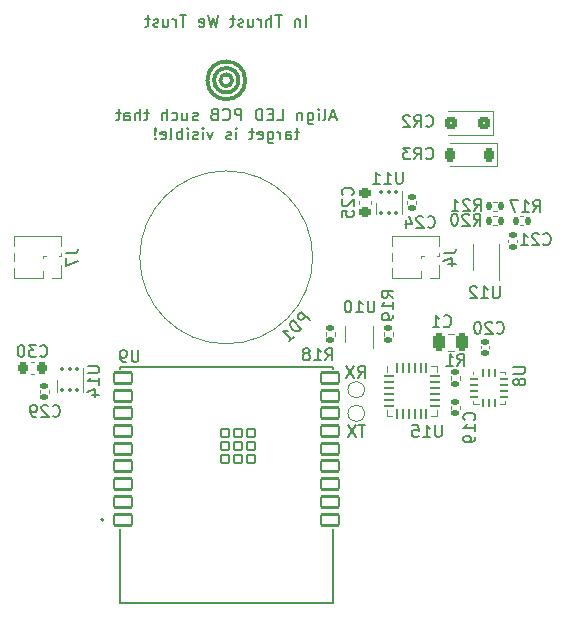
<source format=gbr>
%TF.GenerationSoftware,KiCad,Pcbnew,7.0.7*%
%TF.CreationDate,2024-03-07T18:56:00-05:00*%
%TF.ProjectId,ESP32Sensor-Sensor_board,45535033-3253-4656-9e73-6f722d53656e,rev?*%
%TF.SameCoordinates,Original*%
%TF.FileFunction,Legend,Bot*%
%TF.FilePolarity,Positive*%
%FSLAX46Y46*%
G04 Gerber Fmt 4.6, Leading zero omitted, Abs format (unit mm)*
G04 Created by KiCad (PCBNEW 7.0.7) date 2024-03-07 18:56:00*
%MOMM*%
%LPD*%
G01*
G04 APERTURE LIST*
G04 Aperture macros list*
%AMRoundRect*
0 Rectangle with rounded corners*
0 $1 Rounding radius*
0 $2 $3 $4 $5 $6 $7 $8 $9 X,Y pos of 4 corners*
0 Add a 4 corners polygon primitive as box body*
4,1,4,$2,$3,$4,$5,$6,$7,$8,$9,$2,$3,0*
0 Add four circle primitives for the rounded corners*
1,1,$1+$1,$2,$3*
1,1,$1+$1,$4,$5*
1,1,$1+$1,$6,$7*
1,1,$1+$1,$8,$9*
0 Add four rect primitives between the rounded corners*
20,1,$1+$1,$2,$3,$4,$5,0*
20,1,$1+$1,$4,$5,$6,$7,0*
20,1,$1+$1,$6,$7,$8,$9,0*
20,1,$1+$1,$8,$9,$2,$3,0*%
%AMHorizOval*
0 Thick line with rounded ends*
0 $1 width*
0 $2 $3 position (X,Y) of the first rounded end (center of the circle)*
0 $4 $5 position (X,Y) of the second rounded end (center of the circle)*
0 Add line between two ends*
20,1,$1,$2,$3,$4,$5,0*
0 Add two circle primitives to create the rounded ends*
1,1,$1,$2,$3*
1,1,$1,$4,$5*%
G04 Aperture macros list end*
%ADD10C,0.300000*%
%ADD11C,0.150000*%
%ADD12C,0.120000*%
%ADD13C,0.127000*%
%ADD14C,0.200000*%
%ADD15C,0.650000*%
%ADD16O,1.000000X2.100000*%
%ADD17O,1.000000X1.800000*%
%ADD18HorizOval,1.600000X0.176777X0.176777X-0.176777X-0.176777X0*%
%ADD19HorizOval,1.600000X0.000000X0.000000X0.000000X0.000000X0*%
%ADD20R,1.700000X1.700000*%
%ADD21O,1.700000X1.700000*%
%ADD22O,2.000000X4.200000*%
%ADD23O,4.000000X2.000000*%
%ADD24R,4.500000X2.000000*%
%ADD25RoundRect,0.250000X-0.250000X-0.475000X0.250000X-0.475000X0.250000X0.475000X-0.250000X0.475000X0*%
%ADD26RoundRect,0.250000X0.300000X0.300000X-0.300000X0.300000X-0.300000X-0.300000X0.300000X-0.300000X0*%
%ADD27RoundRect,0.135000X0.185000X-0.135000X0.185000X0.135000X-0.185000X0.135000X-0.185000X-0.135000X0*%
%ADD28R,0.400000X0.650000*%
%ADD29RoundRect,0.135000X-0.135000X-0.185000X0.135000X-0.185000X0.135000X0.185000X-0.135000X0.185000X0*%
%ADD30RoundRect,0.093750X-0.106250X0.093750X-0.106250X-0.093750X0.106250X-0.093750X0.106250X0.093750X0*%
%ADD31R,1.600000X1.000000*%
%ADD32RoundRect,0.135000X-0.185000X0.135000X-0.185000X-0.135000X0.185000X-0.135000X0.185000X0.135000X0*%
%ADD33C,1.000000*%
%ADD34RoundRect,0.135000X0.135000X0.185000X-0.135000X0.185000X-0.135000X-0.185000X0.135000X-0.185000X0*%
%ADD35RoundRect,0.140000X0.170000X-0.140000X0.170000X0.140000X-0.170000X0.140000X-0.170000X-0.140000X0*%
%ADD36RoundRect,0.062500X-0.062500X0.275000X-0.062500X-0.275000X0.062500X-0.275000X0.062500X0.275000X0*%
%ADD37RoundRect,0.062500X-0.275000X0.062500X-0.275000X-0.062500X0.275000X-0.062500X0.275000X0.062500X0*%
%ADD38R,1.450000X1.450000*%
%ADD39RoundRect,0.225000X0.225000X0.375000X-0.225000X0.375000X-0.225000X-0.375000X0.225000X-0.375000X0*%
%ADD40R,0.300000X0.800000*%
%ADD41RoundRect,0.225000X-0.250000X0.225000X-0.250000X-0.225000X0.250000X-0.225000X0.250000X0.225000X0*%
%ADD42RoundRect,0.140000X-0.170000X0.140000X-0.170000X-0.140000X0.170000X-0.140000X0.170000X0.140000X0*%
%ADD43RoundRect,0.102000X-0.750000X-0.450000X0.750000X-0.450000X0.750000X0.450000X-0.750000X0.450000X0*%
%ADD44RoundRect,0.102000X-0.350000X-0.350000X0.350000X-0.350000X0.350000X0.350000X-0.350000X0.350000X0*%
%ADD45R,1.000000X1.000000*%
%ADD46O,1.000000X1.000000*%
%ADD47RoundRect,0.062500X-0.062500X0.350000X-0.062500X-0.350000X0.062500X-0.350000X0.062500X0.350000X0*%
%ADD48RoundRect,0.062500X-0.350000X0.062500X-0.350000X-0.062500X0.350000X-0.062500X0.350000X0.062500X0*%
%ADD49R,2.600000X2.600000*%
%ADD50RoundRect,0.225000X0.225000X0.250000X-0.225000X0.250000X-0.225000X-0.250000X0.225000X-0.250000X0*%
G04 APERTURE END LIST*
D10*
X1030776Y15000000D02*
G75*
G03*
X1030776Y15000000I-1030776J0D01*
G01*
X1600000Y15000000D02*
G75*
G03*
X1600000Y15000000I-1600000J0D01*
G01*
X500000Y15000000D02*
G75*
G03*
X500000Y15000000I-500000J0D01*
G01*
D11*
X6714286Y19520180D02*
X6714286Y20520180D01*
X6238096Y20186847D02*
X6238096Y19520180D01*
X6238096Y20091609D02*
X6190477Y20139228D01*
X6190477Y20139228D02*
X6095239Y20186847D01*
X6095239Y20186847D02*
X5952382Y20186847D01*
X5952382Y20186847D02*
X5857144Y20139228D01*
X5857144Y20139228D02*
X5809525Y20043990D01*
X5809525Y20043990D02*
X5809525Y19520180D01*
X4714286Y20520180D02*
X4142858Y20520180D01*
X4428572Y19520180D02*
X4428572Y20520180D01*
X3809524Y19520180D02*
X3809524Y20520180D01*
X3380953Y19520180D02*
X3380953Y20043990D01*
X3380953Y20043990D02*
X3428572Y20139228D01*
X3428572Y20139228D02*
X3523810Y20186847D01*
X3523810Y20186847D02*
X3666667Y20186847D01*
X3666667Y20186847D02*
X3761905Y20139228D01*
X3761905Y20139228D02*
X3809524Y20091609D01*
X2904762Y19520180D02*
X2904762Y20186847D01*
X2904762Y19996371D02*
X2857143Y20091609D01*
X2857143Y20091609D02*
X2809524Y20139228D01*
X2809524Y20139228D02*
X2714286Y20186847D01*
X2714286Y20186847D02*
X2619048Y20186847D01*
X1857143Y20186847D02*
X1857143Y19520180D01*
X2285714Y20186847D02*
X2285714Y19663038D01*
X2285714Y19663038D02*
X2238095Y19567800D01*
X2238095Y19567800D02*
X2142857Y19520180D01*
X2142857Y19520180D02*
X2000000Y19520180D01*
X2000000Y19520180D02*
X1904762Y19567800D01*
X1904762Y19567800D02*
X1857143Y19615419D01*
X1428571Y19567800D02*
X1333333Y19520180D01*
X1333333Y19520180D02*
X1142857Y19520180D01*
X1142857Y19520180D02*
X1047619Y19567800D01*
X1047619Y19567800D02*
X1000000Y19663038D01*
X1000000Y19663038D02*
X1000000Y19710657D01*
X1000000Y19710657D02*
X1047619Y19805895D01*
X1047619Y19805895D02*
X1142857Y19853514D01*
X1142857Y19853514D02*
X1285714Y19853514D01*
X1285714Y19853514D02*
X1380952Y19901133D01*
X1380952Y19901133D02*
X1428571Y19996371D01*
X1428571Y19996371D02*
X1428571Y20043990D01*
X1428571Y20043990D02*
X1380952Y20139228D01*
X1380952Y20139228D02*
X1285714Y20186847D01*
X1285714Y20186847D02*
X1142857Y20186847D01*
X1142857Y20186847D02*
X1047619Y20139228D01*
X714285Y20186847D02*
X333333Y20186847D01*
X571428Y20520180D02*
X571428Y19663038D01*
X571428Y19663038D02*
X523809Y19567800D01*
X523809Y19567800D02*
X428571Y19520180D01*
X428571Y19520180D02*
X333333Y19520180D01*
X-666667Y20520180D02*
X-904762Y19520180D01*
X-904762Y19520180D02*
X-1095238Y20234466D01*
X-1095238Y20234466D02*
X-1285714Y19520180D01*
X-1285714Y19520180D02*
X-1523810Y20520180D01*
X-2285714Y19567800D02*
X-2190476Y19520180D01*
X-2190476Y19520180D02*
X-2000000Y19520180D01*
X-2000000Y19520180D02*
X-1904762Y19567800D01*
X-1904762Y19567800D02*
X-1857143Y19663038D01*
X-1857143Y19663038D02*
X-1857143Y20043990D01*
X-1857143Y20043990D02*
X-1904762Y20139228D01*
X-1904762Y20139228D02*
X-2000000Y20186847D01*
X-2000000Y20186847D02*
X-2190476Y20186847D01*
X-2190476Y20186847D02*
X-2285714Y20139228D01*
X-2285714Y20139228D02*
X-2333333Y20043990D01*
X-2333333Y20043990D02*
X-2333333Y19948752D01*
X-2333333Y19948752D02*
X-1857143Y19853514D01*
X-3380953Y20520180D02*
X-3952381Y20520180D01*
X-3666667Y19520180D02*
X-3666667Y20520180D01*
X-4285715Y19520180D02*
X-4285715Y20186847D01*
X-4285715Y19996371D02*
X-4333334Y20091609D01*
X-4333334Y20091609D02*
X-4380953Y20139228D01*
X-4380953Y20139228D02*
X-4476191Y20186847D01*
X-4476191Y20186847D02*
X-4571429Y20186847D01*
X-5333334Y20186847D02*
X-5333334Y19520180D01*
X-4904763Y20186847D02*
X-4904763Y19663038D01*
X-4904763Y19663038D02*
X-4952382Y19567800D01*
X-4952382Y19567800D02*
X-5047620Y19520180D01*
X-5047620Y19520180D02*
X-5190477Y19520180D01*
X-5190477Y19520180D02*
X-5285715Y19567800D01*
X-5285715Y19567800D02*
X-5333334Y19615419D01*
X-5761906Y19567800D02*
X-5857144Y19520180D01*
X-5857144Y19520180D02*
X-6047620Y19520180D01*
X-6047620Y19520180D02*
X-6142858Y19567800D01*
X-6142858Y19567800D02*
X-6190477Y19663038D01*
X-6190477Y19663038D02*
X-6190477Y19710657D01*
X-6190477Y19710657D02*
X-6142858Y19805895D01*
X-6142858Y19805895D02*
X-6047620Y19853514D01*
X-6047620Y19853514D02*
X-5904763Y19853514D01*
X-5904763Y19853514D02*
X-5809525Y19901133D01*
X-5809525Y19901133D02*
X-5761906Y19996371D01*
X-5761906Y19996371D02*
X-5761906Y20043990D01*
X-5761906Y20043990D02*
X-5809525Y20139228D01*
X-5809525Y20139228D02*
X-5904763Y20186847D01*
X-5904763Y20186847D02*
X-6047620Y20186847D01*
X-6047620Y20186847D02*
X-6142858Y20139228D01*
X-6476192Y20186847D02*
X-6857144Y20186847D01*
X-6619049Y20520180D02*
X-6619049Y19663038D01*
X-6619049Y19663038D02*
X-6666668Y19567800D01*
X-6666668Y19567800D02*
X-6761906Y19520180D01*
X-6761906Y19520180D02*
X-6857144Y19520180D01*
X9238096Y11885895D02*
X8761906Y11885895D01*
X9333334Y11600180D02*
X9000001Y12600180D01*
X9000001Y12600180D02*
X8666668Y11600180D01*
X8190477Y11600180D02*
X8285715Y11647800D01*
X8285715Y11647800D02*
X8333334Y11743038D01*
X8333334Y11743038D02*
X8333334Y12600180D01*
X7809524Y11600180D02*
X7809524Y12266847D01*
X7809524Y12600180D02*
X7857143Y12552561D01*
X7857143Y12552561D02*
X7809524Y12504942D01*
X7809524Y12504942D02*
X7761905Y12552561D01*
X7761905Y12552561D02*
X7809524Y12600180D01*
X7809524Y12600180D02*
X7809524Y12504942D01*
X6904763Y12266847D02*
X6904763Y11457323D01*
X6904763Y11457323D02*
X6952382Y11362085D01*
X6952382Y11362085D02*
X7000001Y11314466D01*
X7000001Y11314466D02*
X7095239Y11266847D01*
X7095239Y11266847D02*
X7238096Y11266847D01*
X7238096Y11266847D02*
X7333334Y11314466D01*
X6904763Y11647800D02*
X7000001Y11600180D01*
X7000001Y11600180D02*
X7190477Y11600180D01*
X7190477Y11600180D02*
X7285715Y11647800D01*
X7285715Y11647800D02*
X7333334Y11695419D01*
X7333334Y11695419D02*
X7380953Y11790657D01*
X7380953Y11790657D02*
X7380953Y12076371D01*
X7380953Y12076371D02*
X7333334Y12171609D01*
X7333334Y12171609D02*
X7285715Y12219228D01*
X7285715Y12219228D02*
X7190477Y12266847D01*
X7190477Y12266847D02*
X7000001Y12266847D01*
X7000001Y12266847D02*
X6904763Y12219228D01*
X6428572Y12266847D02*
X6428572Y11600180D01*
X6428572Y12171609D02*
X6380953Y12219228D01*
X6380953Y12219228D02*
X6285715Y12266847D01*
X6285715Y12266847D02*
X6142858Y12266847D01*
X6142858Y12266847D02*
X6047620Y12219228D01*
X6047620Y12219228D02*
X6000001Y12123990D01*
X6000001Y12123990D02*
X6000001Y11600180D01*
X4285715Y11600180D02*
X4761905Y11600180D01*
X4761905Y11600180D02*
X4761905Y12600180D01*
X3952381Y12123990D02*
X3619048Y12123990D01*
X3476191Y11600180D02*
X3952381Y11600180D01*
X3952381Y11600180D02*
X3952381Y12600180D01*
X3952381Y12600180D02*
X3476191Y12600180D01*
X3047619Y11600180D02*
X3047619Y12600180D01*
X3047619Y12600180D02*
X2809524Y12600180D01*
X2809524Y12600180D02*
X2666667Y12552561D01*
X2666667Y12552561D02*
X2571429Y12457323D01*
X2571429Y12457323D02*
X2523810Y12362085D01*
X2523810Y12362085D02*
X2476191Y12171609D01*
X2476191Y12171609D02*
X2476191Y12028752D01*
X2476191Y12028752D02*
X2523810Y11838276D01*
X2523810Y11838276D02*
X2571429Y11743038D01*
X2571429Y11743038D02*
X2666667Y11647800D01*
X2666667Y11647800D02*
X2809524Y11600180D01*
X2809524Y11600180D02*
X3047619Y11600180D01*
X1285714Y11600180D02*
X1285714Y12600180D01*
X1285714Y12600180D02*
X904762Y12600180D01*
X904762Y12600180D02*
X809524Y12552561D01*
X809524Y12552561D02*
X761905Y12504942D01*
X761905Y12504942D02*
X714286Y12409704D01*
X714286Y12409704D02*
X714286Y12266847D01*
X714286Y12266847D02*
X761905Y12171609D01*
X761905Y12171609D02*
X809524Y12123990D01*
X809524Y12123990D02*
X904762Y12076371D01*
X904762Y12076371D02*
X1285714Y12076371D01*
X-285713Y11695419D02*
X-238094Y11647800D01*
X-238094Y11647800D02*
X-95237Y11600180D01*
X-95237Y11600180D02*
X0Y11600180D01*
X0Y11600180D02*
X142857Y11647800D01*
X142857Y11647800D02*
X238095Y11743038D01*
X238095Y11743038D02*
X285714Y11838276D01*
X285714Y11838276D02*
X333333Y12028752D01*
X333333Y12028752D02*
X333333Y12171609D01*
X333333Y12171609D02*
X285714Y12362085D01*
X285714Y12362085D02*
X238095Y12457323D01*
X238095Y12457323D02*
X142857Y12552561D01*
X142857Y12552561D02*
X0Y12600180D01*
X0Y12600180D02*
X-95237Y12600180D01*
X-95237Y12600180D02*
X-238094Y12552561D01*
X-238094Y12552561D02*
X-285713Y12504942D01*
X-1047618Y12123990D02*
X-1190475Y12076371D01*
X-1190475Y12076371D02*
X-1238094Y12028752D01*
X-1238094Y12028752D02*
X-1285713Y11933514D01*
X-1285713Y11933514D02*
X-1285713Y11790657D01*
X-1285713Y11790657D02*
X-1238094Y11695419D01*
X-1238094Y11695419D02*
X-1190475Y11647800D01*
X-1190475Y11647800D02*
X-1095237Y11600180D01*
X-1095237Y11600180D02*
X-714285Y11600180D01*
X-714285Y11600180D02*
X-714285Y12600180D01*
X-714285Y12600180D02*
X-1047618Y12600180D01*
X-1047618Y12600180D02*
X-1142856Y12552561D01*
X-1142856Y12552561D02*
X-1190475Y12504942D01*
X-1190475Y12504942D02*
X-1238094Y12409704D01*
X-1238094Y12409704D02*
X-1238094Y12314466D01*
X-1238094Y12314466D02*
X-1190475Y12219228D01*
X-1190475Y12219228D02*
X-1142856Y12171609D01*
X-1142856Y12171609D02*
X-1047618Y12123990D01*
X-1047618Y12123990D02*
X-714285Y12123990D01*
X-2428571Y11647800D02*
X-2523809Y11600180D01*
X-2523809Y11600180D02*
X-2714285Y11600180D01*
X-2714285Y11600180D02*
X-2809523Y11647800D01*
X-2809523Y11647800D02*
X-2857142Y11743038D01*
X-2857142Y11743038D02*
X-2857142Y11790657D01*
X-2857142Y11790657D02*
X-2809523Y11885895D01*
X-2809523Y11885895D02*
X-2714285Y11933514D01*
X-2714285Y11933514D02*
X-2571428Y11933514D01*
X-2571428Y11933514D02*
X-2476190Y11981133D01*
X-2476190Y11981133D02*
X-2428571Y12076371D01*
X-2428571Y12076371D02*
X-2428571Y12123990D01*
X-2428571Y12123990D02*
X-2476190Y12219228D01*
X-2476190Y12219228D02*
X-2571428Y12266847D01*
X-2571428Y12266847D02*
X-2714285Y12266847D01*
X-2714285Y12266847D02*
X-2809523Y12219228D01*
X-3714285Y12266847D02*
X-3714285Y11600180D01*
X-3285714Y12266847D02*
X-3285714Y11743038D01*
X-3285714Y11743038D02*
X-3333333Y11647800D01*
X-3333333Y11647800D02*
X-3428571Y11600180D01*
X-3428571Y11600180D02*
X-3571428Y11600180D01*
X-3571428Y11600180D02*
X-3666666Y11647800D01*
X-3666666Y11647800D02*
X-3714285Y11695419D01*
X-4619047Y11647800D02*
X-4523809Y11600180D01*
X-4523809Y11600180D02*
X-4333333Y11600180D01*
X-4333333Y11600180D02*
X-4238095Y11647800D01*
X-4238095Y11647800D02*
X-4190476Y11695419D01*
X-4190476Y11695419D02*
X-4142857Y11790657D01*
X-4142857Y11790657D02*
X-4142857Y12076371D01*
X-4142857Y12076371D02*
X-4190476Y12171609D01*
X-4190476Y12171609D02*
X-4238095Y12219228D01*
X-4238095Y12219228D02*
X-4333333Y12266847D01*
X-4333333Y12266847D02*
X-4523809Y12266847D01*
X-4523809Y12266847D02*
X-4619047Y12219228D01*
X-5047619Y11600180D02*
X-5047619Y12600180D01*
X-5476190Y11600180D02*
X-5476190Y12123990D01*
X-5476190Y12123990D02*
X-5428571Y12219228D01*
X-5428571Y12219228D02*
X-5333333Y12266847D01*
X-5333333Y12266847D02*
X-5190476Y12266847D01*
X-5190476Y12266847D02*
X-5095238Y12219228D01*
X-5095238Y12219228D02*
X-5047619Y12171609D01*
X-6571429Y12266847D02*
X-6952381Y12266847D01*
X-6714286Y12600180D02*
X-6714286Y11743038D01*
X-6714286Y11743038D02*
X-6761905Y11647800D01*
X-6761905Y11647800D02*
X-6857143Y11600180D01*
X-6857143Y11600180D02*
X-6952381Y11600180D01*
X-7285715Y11600180D02*
X-7285715Y12600180D01*
X-7714286Y11600180D02*
X-7714286Y12123990D01*
X-7714286Y12123990D02*
X-7666667Y12219228D01*
X-7666667Y12219228D02*
X-7571429Y12266847D01*
X-7571429Y12266847D02*
X-7428572Y12266847D01*
X-7428572Y12266847D02*
X-7333334Y12219228D01*
X-7333334Y12219228D02*
X-7285715Y12171609D01*
X-8619048Y11600180D02*
X-8619048Y12123990D01*
X-8619048Y12123990D02*
X-8571429Y12219228D01*
X-8571429Y12219228D02*
X-8476191Y12266847D01*
X-8476191Y12266847D02*
X-8285715Y12266847D01*
X-8285715Y12266847D02*
X-8190477Y12219228D01*
X-8619048Y11647800D02*
X-8523810Y11600180D01*
X-8523810Y11600180D02*
X-8285715Y11600180D01*
X-8285715Y11600180D02*
X-8190477Y11647800D01*
X-8190477Y11647800D02*
X-8142858Y11743038D01*
X-8142858Y11743038D02*
X-8142858Y11838276D01*
X-8142858Y11838276D02*
X-8190477Y11933514D01*
X-8190477Y11933514D02*
X-8285715Y11981133D01*
X-8285715Y11981133D02*
X-8523810Y11981133D01*
X-8523810Y11981133D02*
X-8619048Y12028752D01*
X-8952382Y12266847D02*
X-9333334Y12266847D01*
X-9095239Y12600180D02*
X-9095239Y11743038D01*
X-9095239Y11743038D02*
X-9142858Y11647800D01*
X-9142858Y11647800D02*
X-9238096Y11600180D01*
X-9238096Y11600180D02*
X-9333334Y11600180D01*
X6166666Y10656847D02*
X5785714Y10656847D01*
X6023809Y10990180D02*
X6023809Y10133038D01*
X6023809Y10133038D02*
X5976190Y10037800D01*
X5976190Y10037800D02*
X5880952Y9990180D01*
X5880952Y9990180D02*
X5785714Y9990180D01*
X5023809Y9990180D02*
X5023809Y10513990D01*
X5023809Y10513990D02*
X5071428Y10609228D01*
X5071428Y10609228D02*
X5166666Y10656847D01*
X5166666Y10656847D02*
X5357142Y10656847D01*
X5357142Y10656847D02*
X5452380Y10609228D01*
X5023809Y10037800D02*
X5119047Y9990180D01*
X5119047Y9990180D02*
X5357142Y9990180D01*
X5357142Y9990180D02*
X5452380Y10037800D01*
X5452380Y10037800D02*
X5499999Y10133038D01*
X5499999Y10133038D02*
X5499999Y10228276D01*
X5499999Y10228276D02*
X5452380Y10323514D01*
X5452380Y10323514D02*
X5357142Y10371133D01*
X5357142Y10371133D02*
X5119047Y10371133D01*
X5119047Y10371133D02*
X5023809Y10418752D01*
X4547618Y9990180D02*
X4547618Y10656847D01*
X4547618Y10466371D02*
X4499999Y10561609D01*
X4499999Y10561609D02*
X4452380Y10609228D01*
X4452380Y10609228D02*
X4357142Y10656847D01*
X4357142Y10656847D02*
X4261904Y10656847D01*
X3499999Y10656847D02*
X3499999Y9847323D01*
X3499999Y9847323D02*
X3547618Y9752085D01*
X3547618Y9752085D02*
X3595237Y9704466D01*
X3595237Y9704466D02*
X3690475Y9656847D01*
X3690475Y9656847D02*
X3833332Y9656847D01*
X3833332Y9656847D02*
X3928570Y9704466D01*
X3499999Y10037800D02*
X3595237Y9990180D01*
X3595237Y9990180D02*
X3785713Y9990180D01*
X3785713Y9990180D02*
X3880951Y10037800D01*
X3880951Y10037800D02*
X3928570Y10085419D01*
X3928570Y10085419D02*
X3976189Y10180657D01*
X3976189Y10180657D02*
X3976189Y10466371D01*
X3976189Y10466371D02*
X3928570Y10561609D01*
X3928570Y10561609D02*
X3880951Y10609228D01*
X3880951Y10609228D02*
X3785713Y10656847D01*
X3785713Y10656847D02*
X3595237Y10656847D01*
X3595237Y10656847D02*
X3499999Y10609228D01*
X2642856Y10037800D02*
X2738094Y9990180D01*
X2738094Y9990180D02*
X2928570Y9990180D01*
X2928570Y9990180D02*
X3023808Y10037800D01*
X3023808Y10037800D02*
X3071427Y10133038D01*
X3071427Y10133038D02*
X3071427Y10513990D01*
X3071427Y10513990D02*
X3023808Y10609228D01*
X3023808Y10609228D02*
X2928570Y10656847D01*
X2928570Y10656847D02*
X2738094Y10656847D01*
X2738094Y10656847D02*
X2642856Y10609228D01*
X2642856Y10609228D02*
X2595237Y10513990D01*
X2595237Y10513990D02*
X2595237Y10418752D01*
X2595237Y10418752D02*
X3071427Y10323514D01*
X2309522Y10656847D02*
X1928570Y10656847D01*
X2166665Y10990180D02*
X2166665Y10133038D01*
X2166665Y10133038D02*
X2119046Y10037800D01*
X2119046Y10037800D02*
X2023808Y9990180D01*
X2023808Y9990180D02*
X1928570Y9990180D01*
X833331Y9990180D02*
X833331Y10656847D01*
X833331Y10990180D02*
X880950Y10942561D01*
X880950Y10942561D02*
X833331Y10894942D01*
X833331Y10894942D02*
X785712Y10942561D01*
X785712Y10942561D02*
X833331Y10990180D01*
X833331Y10990180D02*
X833331Y10894942D01*
X404760Y10037800D02*
X309522Y9990180D01*
X309522Y9990180D02*
X119046Y9990180D01*
X119046Y9990180D02*
X23808Y10037800D01*
X23808Y10037800D02*
X-23810Y10133038D01*
X-23810Y10133038D02*
X-23810Y10180657D01*
X-23810Y10180657D02*
X23808Y10275895D01*
X23808Y10275895D02*
X119046Y10323514D01*
X119046Y10323514D02*
X261903Y10323514D01*
X261903Y10323514D02*
X357141Y10371133D01*
X357141Y10371133D02*
X404760Y10466371D01*
X404760Y10466371D02*
X404760Y10513990D01*
X404760Y10513990D02*
X357141Y10609228D01*
X357141Y10609228D02*
X261903Y10656847D01*
X261903Y10656847D02*
X119046Y10656847D01*
X119046Y10656847D02*
X23808Y10609228D01*
X-1119049Y10656847D02*
X-1357144Y9990180D01*
X-1357144Y9990180D02*
X-1595239Y10656847D01*
X-1976192Y9990180D02*
X-1976192Y10656847D01*
X-1976192Y10990180D02*
X-1928573Y10942561D01*
X-1928573Y10942561D02*
X-1976192Y10894942D01*
X-1976192Y10894942D02*
X-2023811Y10942561D01*
X-2023811Y10942561D02*
X-1976192Y10990180D01*
X-1976192Y10990180D02*
X-1976192Y10894942D01*
X-2404763Y10037800D02*
X-2500001Y9990180D01*
X-2500001Y9990180D02*
X-2690477Y9990180D01*
X-2690477Y9990180D02*
X-2785715Y10037800D01*
X-2785715Y10037800D02*
X-2833334Y10133038D01*
X-2833334Y10133038D02*
X-2833334Y10180657D01*
X-2833334Y10180657D02*
X-2785715Y10275895D01*
X-2785715Y10275895D02*
X-2690477Y10323514D01*
X-2690477Y10323514D02*
X-2547620Y10323514D01*
X-2547620Y10323514D02*
X-2452382Y10371133D01*
X-2452382Y10371133D02*
X-2404763Y10466371D01*
X-2404763Y10466371D02*
X-2404763Y10513990D01*
X-2404763Y10513990D02*
X-2452382Y10609228D01*
X-2452382Y10609228D02*
X-2547620Y10656847D01*
X-2547620Y10656847D02*
X-2690477Y10656847D01*
X-2690477Y10656847D02*
X-2785715Y10609228D01*
X-3261906Y9990180D02*
X-3261906Y10656847D01*
X-3261906Y10990180D02*
X-3214287Y10942561D01*
X-3214287Y10942561D02*
X-3261906Y10894942D01*
X-3261906Y10894942D02*
X-3309525Y10942561D01*
X-3309525Y10942561D02*
X-3261906Y10990180D01*
X-3261906Y10990180D02*
X-3261906Y10894942D01*
X-3738096Y9990180D02*
X-3738096Y10990180D01*
X-3738096Y10609228D02*
X-3833334Y10656847D01*
X-3833334Y10656847D02*
X-4023810Y10656847D01*
X-4023810Y10656847D02*
X-4119048Y10609228D01*
X-4119048Y10609228D02*
X-4166667Y10561609D01*
X-4166667Y10561609D02*
X-4214286Y10466371D01*
X-4214286Y10466371D02*
X-4214286Y10180657D01*
X-4214286Y10180657D02*
X-4166667Y10085419D01*
X-4166667Y10085419D02*
X-4119048Y10037800D01*
X-4119048Y10037800D02*
X-4023810Y9990180D01*
X-4023810Y9990180D02*
X-3833334Y9990180D01*
X-3833334Y9990180D02*
X-3738096Y10037800D01*
X-4785715Y9990180D02*
X-4690477Y10037800D01*
X-4690477Y10037800D02*
X-4642858Y10133038D01*
X-4642858Y10133038D02*
X-4642858Y10990180D01*
X-5547620Y10037800D02*
X-5452382Y9990180D01*
X-5452382Y9990180D02*
X-5261906Y9990180D01*
X-5261906Y9990180D02*
X-5166668Y10037800D01*
X-5166668Y10037800D02*
X-5119049Y10133038D01*
X-5119049Y10133038D02*
X-5119049Y10513990D01*
X-5119049Y10513990D02*
X-5166668Y10609228D01*
X-5166668Y10609228D02*
X-5261906Y10656847D01*
X-5261906Y10656847D02*
X-5452382Y10656847D01*
X-5452382Y10656847D02*
X-5547620Y10609228D01*
X-5547620Y10609228D02*
X-5595239Y10513990D01*
X-5595239Y10513990D02*
X-5595239Y10418752D01*
X-5595239Y10418752D02*
X-5119049Y10323514D01*
X-6023811Y10085419D02*
X-6071430Y10037800D01*
X-6071430Y10037800D02*
X-6023811Y9990180D01*
X-6023811Y9990180D02*
X-5976192Y10037800D01*
X-5976192Y10037800D02*
X-6023811Y10085419D01*
X-6023811Y10085419D02*
X-6023811Y9990180D01*
X-6023811Y10371133D02*
X-5976192Y10942561D01*
X-5976192Y10942561D02*
X-6023811Y10990180D01*
X-6023811Y10990180D02*
X-6071430Y10942561D01*
X-6071430Y10942561D02*
X-6023811Y10371133D01*
X-6023811Y10371133D02*
X-6023811Y10990180D01*
X7073127Y-5322197D02*
X6366021Y-4615090D01*
X6366021Y-4615090D02*
X6096647Y-4884464D01*
X6096647Y-4884464D02*
X6062975Y-4985479D01*
X6062975Y-4985479D02*
X6062975Y-5052823D01*
X6062975Y-5052823D02*
X6096647Y-5153838D01*
X6096647Y-5153838D02*
X6197662Y-5254853D01*
X6197662Y-5254853D02*
X6298677Y-5288525D01*
X6298677Y-5288525D02*
X6366021Y-5288525D01*
X6366021Y-5288525D02*
X6467036Y-5254853D01*
X6467036Y-5254853D02*
X6736410Y-4985479D01*
X6366021Y-6029304D02*
X5658914Y-5322197D01*
X5658914Y-5322197D02*
X5490555Y-5490556D01*
X5490555Y-5490556D02*
X5423212Y-5625243D01*
X5423212Y-5625243D02*
X5423212Y-5759930D01*
X5423212Y-5759930D02*
X5456883Y-5860945D01*
X5456883Y-5860945D02*
X5557899Y-6029304D01*
X5557899Y-6029304D02*
X5658914Y-6130319D01*
X5658914Y-6130319D02*
X5827273Y-6231334D01*
X5827273Y-6231334D02*
X5928288Y-6265006D01*
X5928288Y-6265006D02*
X6062975Y-6265006D01*
X6062975Y-6265006D02*
X6197662Y-6197662D01*
X6197662Y-6197662D02*
X6366021Y-6029304D01*
X5288525Y-7106800D02*
X5692586Y-6702739D01*
X5490555Y-6904769D02*
X4783448Y-6197662D01*
X4783448Y-6197662D02*
X4951807Y-6231334D01*
X4951807Y-6231334D02*
X5086494Y-6231334D01*
X5086494Y-6231334D02*
X5187509Y-6197662D01*
X18416666Y-5809580D02*
X18464285Y-5857200D01*
X18464285Y-5857200D02*
X18607142Y-5904819D01*
X18607142Y-5904819D02*
X18702380Y-5904819D01*
X18702380Y-5904819D02*
X18845237Y-5857200D01*
X18845237Y-5857200D02*
X18940475Y-5761961D01*
X18940475Y-5761961D02*
X18988094Y-5666723D01*
X18988094Y-5666723D02*
X19035713Y-5476247D01*
X19035713Y-5476247D02*
X19035713Y-5333390D01*
X19035713Y-5333390D02*
X18988094Y-5142914D01*
X18988094Y-5142914D02*
X18940475Y-5047676D01*
X18940475Y-5047676D02*
X18845237Y-4952438D01*
X18845237Y-4952438D02*
X18702380Y-4904819D01*
X18702380Y-4904819D02*
X18607142Y-4904819D01*
X18607142Y-4904819D02*
X18464285Y-4952438D01*
X18464285Y-4952438D02*
X18416666Y-5000057D01*
X17464285Y-5904819D02*
X18035713Y-5904819D01*
X17749999Y-5904819D02*
X17749999Y-4904819D01*
X17749999Y-4904819D02*
X17845237Y-5047676D01*
X17845237Y-5047676D02*
X17940475Y-5142914D01*
X17940475Y-5142914D02*
X18035713Y-5190533D01*
X16916666Y11140419D02*
X16964285Y11092800D01*
X16964285Y11092800D02*
X17107142Y11045180D01*
X17107142Y11045180D02*
X17202380Y11045180D01*
X17202380Y11045180D02*
X17345237Y11092800D01*
X17345237Y11092800D02*
X17440475Y11188038D01*
X17440475Y11188038D02*
X17488094Y11283276D01*
X17488094Y11283276D02*
X17535713Y11473752D01*
X17535713Y11473752D02*
X17535713Y11616609D01*
X17535713Y11616609D02*
X17488094Y11807085D01*
X17488094Y11807085D02*
X17440475Y11902323D01*
X17440475Y11902323D02*
X17345237Y11997561D01*
X17345237Y11997561D02*
X17202380Y12045180D01*
X17202380Y12045180D02*
X17107142Y12045180D01*
X17107142Y12045180D02*
X16964285Y11997561D01*
X16964285Y11997561D02*
X16916666Y11949942D01*
X15916666Y11045180D02*
X16249999Y11521371D01*
X16488094Y11045180D02*
X16488094Y12045180D01*
X16488094Y12045180D02*
X16107142Y12045180D01*
X16107142Y12045180D02*
X16011904Y11997561D01*
X16011904Y11997561D02*
X15964285Y11949942D01*
X15964285Y11949942D02*
X15916666Y11854704D01*
X15916666Y11854704D02*
X15916666Y11711847D01*
X15916666Y11711847D02*
X15964285Y11616609D01*
X15964285Y11616609D02*
X16011904Y11568990D01*
X16011904Y11568990D02*
X16107142Y11521371D01*
X16107142Y11521371D02*
X16488094Y11521371D01*
X15535713Y11949942D02*
X15488094Y11997561D01*
X15488094Y11997561D02*
X15392856Y12045180D01*
X15392856Y12045180D02*
X15154761Y12045180D01*
X15154761Y12045180D02*
X15059523Y11997561D01*
X15059523Y11997561D02*
X15011904Y11949942D01*
X15011904Y11949942D02*
X14964285Y11854704D01*
X14964285Y11854704D02*
X14964285Y11759466D01*
X14964285Y11759466D02*
X15011904Y11616609D01*
X15011904Y11616609D02*
X15583332Y11045180D01*
X15583332Y11045180D02*
X14964285Y11045180D01*
X19566666Y-9154819D02*
X19899999Y-8678628D01*
X20138094Y-9154819D02*
X20138094Y-8154819D01*
X20138094Y-8154819D02*
X19757142Y-8154819D01*
X19757142Y-8154819D02*
X19661904Y-8202438D01*
X19661904Y-8202438D02*
X19614285Y-8250057D01*
X19614285Y-8250057D02*
X19566666Y-8345295D01*
X19566666Y-8345295D02*
X19566666Y-8488152D01*
X19566666Y-8488152D02*
X19614285Y-8583390D01*
X19614285Y-8583390D02*
X19661904Y-8631009D01*
X19661904Y-8631009D02*
X19757142Y-8678628D01*
X19757142Y-8678628D02*
X20138094Y-8678628D01*
X18614285Y-9154819D02*
X19185713Y-9154819D01*
X18899999Y-9154819D02*
X18899999Y-8154819D01*
X18899999Y-8154819D02*
X18995237Y-8297676D01*
X18995237Y-8297676D02*
X19090475Y-8392914D01*
X19090475Y-8392914D02*
X19185713Y-8440533D01*
X12538094Y-3654819D02*
X12538094Y-4464342D01*
X12538094Y-4464342D02*
X12490475Y-4559580D01*
X12490475Y-4559580D02*
X12442856Y-4607200D01*
X12442856Y-4607200D02*
X12347618Y-4654819D01*
X12347618Y-4654819D02*
X12157142Y-4654819D01*
X12157142Y-4654819D02*
X12061904Y-4607200D01*
X12061904Y-4607200D02*
X12014285Y-4559580D01*
X12014285Y-4559580D02*
X11966666Y-4464342D01*
X11966666Y-4464342D02*
X11966666Y-3654819D01*
X10966666Y-4654819D02*
X11538094Y-4654819D01*
X11252380Y-4654819D02*
X11252380Y-3654819D01*
X11252380Y-3654819D02*
X11347618Y-3797676D01*
X11347618Y-3797676D02*
X11442856Y-3892914D01*
X11442856Y-3892914D02*
X11538094Y-3940533D01*
X10347618Y-3654819D02*
X10252380Y-3654819D01*
X10252380Y-3654819D02*
X10157142Y-3702438D01*
X10157142Y-3702438D02*
X10109523Y-3750057D01*
X10109523Y-3750057D02*
X10061904Y-3845295D01*
X10061904Y-3845295D02*
X10014285Y-4035771D01*
X10014285Y-4035771D02*
X10014285Y-4273866D01*
X10014285Y-4273866D02*
X10061904Y-4464342D01*
X10061904Y-4464342D02*
X10109523Y-4559580D01*
X10109523Y-4559580D02*
X10157142Y-4607200D01*
X10157142Y-4607200D02*
X10252380Y-4654819D01*
X10252380Y-4654819D02*
X10347618Y-4654819D01*
X10347618Y-4654819D02*
X10442856Y-4607200D01*
X10442856Y-4607200D02*
X10490475Y-4559580D01*
X10490475Y-4559580D02*
X10538094Y-4464342D01*
X10538094Y-4464342D02*
X10585713Y-4273866D01*
X10585713Y-4273866D02*
X10585713Y-4035771D01*
X10585713Y-4035771D02*
X10538094Y-3845295D01*
X10538094Y-3845295D02*
X10490475Y-3750057D01*
X10490475Y-3750057D02*
X10442856Y-3702438D01*
X10442856Y-3702438D02*
X10347618Y-3654819D01*
X20992857Y3945180D02*
X21326190Y4421371D01*
X21564285Y3945180D02*
X21564285Y4945180D01*
X21564285Y4945180D02*
X21183333Y4945180D01*
X21183333Y4945180D02*
X21088095Y4897561D01*
X21088095Y4897561D02*
X21040476Y4849942D01*
X21040476Y4849942D02*
X20992857Y4754704D01*
X20992857Y4754704D02*
X20992857Y4611847D01*
X20992857Y4611847D02*
X21040476Y4516609D01*
X21040476Y4516609D02*
X21088095Y4468990D01*
X21088095Y4468990D02*
X21183333Y4421371D01*
X21183333Y4421371D02*
X21564285Y4421371D01*
X20611904Y4849942D02*
X20564285Y4897561D01*
X20564285Y4897561D02*
X20469047Y4945180D01*
X20469047Y4945180D02*
X20230952Y4945180D01*
X20230952Y4945180D02*
X20135714Y4897561D01*
X20135714Y4897561D02*
X20088095Y4849942D01*
X20088095Y4849942D02*
X20040476Y4754704D01*
X20040476Y4754704D02*
X20040476Y4659466D01*
X20040476Y4659466D02*
X20088095Y4516609D01*
X20088095Y4516609D02*
X20659523Y3945180D01*
X20659523Y3945180D02*
X20040476Y3945180D01*
X19088095Y3945180D02*
X19659523Y3945180D01*
X19373809Y3945180D02*
X19373809Y4945180D01*
X19373809Y4945180D02*
X19469047Y4802323D01*
X19469047Y4802323D02*
X19564285Y4707085D01*
X19564285Y4707085D02*
X19659523Y4659466D01*
X-11745180Y-9211905D02*
X-10935657Y-9211905D01*
X-10935657Y-9211905D02*
X-10840419Y-9259524D01*
X-10840419Y-9259524D02*
X-10792800Y-9307143D01*
X-10792800Y-9307143D02*
X-10745180Y-9402381D01*
X-10745180Y-9402381D02*
X-10745180Y-9592857D01*
X-10745180Y-9592857D02*
X-10792800Y-9688095D01*
X-10792800Y-9688095D02*
X-10840419Y-9735714D01*
X-10840419Y-9735714D02*
X-10935657Y-9783333D01*
X-10935657Y-9783333D02*
X-11745180Y-9783333D01*
X-10745180Y-10783333D02*
X-10745180Y-10211905D01*
X-10745180Y-10497619D02*
X-11745180Y-10497619D01*
X-11745180Y-10497619D02*
X-11602323Y-10402381D01*
X-11602323Y-10402381D02*
X-11507085Y-10307143D01*
X-11507085Y-10307143D02*
X-11459466Y-10211905D01*
X-11411847Y-11640476D02*
X-10745180Y-11640476D01*
X-11792800Y-11402381D02*
X-11078514Y-11164286D01*
X-11078514Y-11164286D02*
X-11078514Y-11783333D01*
X8392857Y-8704819D02*
X8726190Y-8228628D01*
X8964285Y-8704819D02*
X8964285Y-7704819D01*
X8964285Y-7704819D02*
X8583333Y-7704819D01*
X8583333Y-7704819D02*
X8488095Y-7752438D01*
X8488095Y-7752438D02*
X8440476Y-7800057D01*
X8440476Y-7800057D02*
X8392857Y-7895295D01*
X8392857Y-7895295D02*
X8392857Y-8038152D01*
X8392857Y-8038152D02*
X8440476Y-8133390D01*
X8440476Y-8133390D02*
X8488095Y-8181009D01*
X8488095Y-8181009D02*
X8583333Y-8228628D01*
X8583333Y-8228628D02*
X8964285Y-8228628D01*
X7440476Y-8704819D02*
X8011904Y-8704819D01*
X7726190Y-8704819D02*
X7726190Y-7704819D01*
X7726190Y-7704819D02*
X7821428Y-7847676D01*
X7821428Y-7847676D02*
X7916666Y-7942914D01*
X7916666Y-7942914D02*
X8011904Y-7990533D01*
X6869047Y-8133390D02*
X6964285Y-8085771D01*
X6964285Y-8085771D02*
X7011904Y-8038152D01*
X7011904Y-8038152D02*
X7059523Y-7942914D01*
X7059523Y-7942914D02*
X7059523Y-7895295D01*
X7059523Y-7895295D02*
X7011904Y-7800057D01*
X7011904Y-7800057D02*
X6964285Y-7752438D01*
X6964285Y-7752438D02*
X6869047Y-7704819D01*
X6869047Y-7704819D02*
X6678571Y-7704819D01*
X6678571Y-7704819D02*
X6583333Y-7752438D01*
X6583333Y-7752438D02*
X6535714Y-7800057D01*
X6535714Y-7800057D02*
X6488095Y-7895295D01*
X6488095Y-7895295D02*
X6488095Y-7942914D01*
X6488095Y-7942914D02*
X6535714Y-8038152D01*
X6535714Y-8038152D02*
X6583333Y-8085771D01*
X6583333Y-8085771D02*
X6678571Y-8133390D01*
X6678571Y-8133390D02*
X6869047Y-8133390D01*
X6869047Y-8133390D02*
X6964285Y-8181009D01*
X6964285Y-8181009D02*
X7011904Y-8228628D01*
X7011904Y-8228628D02*
X7059523Y-8323866D01*
X7059523Y-8323866D02*
X7059523Y-8514342D01*
X7059523Y-8514342D02*
X7011904Y-8609580D01*
X7011904Y-8609580D02*
X6964285Y-8657200D01*
X6964285Y-8657200D02*
X6869047Y-8704819D01*
X6869047Y-8704819D02*
X6678571Y-8704819D01*
X6678571Y-8704819D02*
X6583333Y-8657200D01*
X6583333Y-8657200D02*
X6535714Y-8609580D01*
X6535714Y-8609580D02*
X6488095Y-8514342D01*
X6488095Y-8514342D02*
X6488095Y-8323866D01*
X6488095Y-8323866D02*
X6535714Y-8228628D01*
X6535714Y-8228628D02*
X6583333Y-8181009D01*
X6583333Y-8181009D02*
X6678571Y-8133390D01*
X11166666Y-10204819D02*
X11499999Y-9728628D01*
X11738094Y-10204819D02*
X11738094Y-9204819D01*
X11738094Y-9204819D02*
X11357142Y-9204819D01*
X11357142Y-9204819D02*
X11261904Y-9252438D01*
X11261904Y-9252438D02*
X11214285Y-9300057D01*
X11214285Y-9300057D02*
X11166666Y-9395295D01*
X11166666Y-9395295D02*
X11166666Y-9538152D01*
X11166666Y-9538152D02*
X11214285Y-9633390D01*
X11214285Y-9633390D02*
X11261904Y-9681009D01*
X11261904Y-9681009D02*
X11357142Y-9728628D01*
X11357142Y-9728628D02*
X11738094Y-9728628D01*
X10833332Y-9204819D02*
X10166666Y-10204819D01*
X10166666Y-9204819D02*
X10833332Y-10204819D01*
X11761904Y-14204819D02*
X11190476Y-14204819D01*
X11476190Y-15204819D02*
X11476190Y-14204819D01*
X10952380Y-14204819D02*
X10285714Y-15204819D01*
X10285714Y-14204819D02*
X10952380Y-15204819D01*
X14938094Y7245180D02*
X14938094Y6435657D01*
X14938094Y6435657D02*
X14890475Y6340419D01*
X14890475Y6340419D02*
X14842856Y6292800D01*
X14842856Y6292800D02*
X14747618Y6245180D01*
X14747618Y6245180D02*
X14557142Y6245180D01*
X14557142Y6245180D02*
X14461904Y6292800D01*
X14461904Y6292800D02*
X14414285Y6340419D01*
X14414285Y6340419D02*
X14366666Y6435657D01*
X14366666Y6435657D02*
X14366666Y7245180D01*
X13366666Y6245180D02*
X13938094Y6245180D01*
X13652380Y6245180D02*
X13652380Y7245180D01*
X13652380Y7245180D02*
X13747618Y7102323D01*
X13747618Y7102323D02*
X13842856Y7007085D01*
X13842856Y7007085D02*
X13938094Y6959466D01*
X12414285Y6245180D02*
X12985713Y6245180D01*
X12699999Y6245180D02*
X12699999Y7245180D01*
X12699999Y7245180D02*
X12795237Y7102323D01*
X12795237Y7102323D02*
X12890475Y7007085D01*
X12890475Y7007085D02*
X12985713Y6959466D01*
X25992857Y3845180D02*
X26326190Y4321371D01*
X26564285Y3845180D02*
X26564285Y4845180D01*
X26564285Y4845180D02*
X26183333Y4845180D01*
X26183333Y4845180D02*
X26088095Y4797561D01*
X26088095Y4797561D02*
X26040476Y4749942D01*
X26040476Y4749942D02*
X25992857Y4654704D01*
X25992857Y4654704D02*
X25992857Y4511847D01*
X25992857Y4511847D02*
X26040476Y4416609D01*
X26040476Y4416609D02*
X26088095Y4368990D01*
X26088095Y4368990D02*
X26183333Y4321371D01*
X26183333Y4321371D02*
X26564285Y4321371D01*
X25040476Y3845180D02*
X25611904Y3845180D01*
X25326190Y3845180D02*
X25326190Y4845180D01*
X25326190Y4845180D02*
X25421428Y4702323D01*
X25421428Y4702323D02*
X25516666Y4607085D01*
X25516666Y4607085D02*
X25611904Y4559466D01*
X24707142Y4845180D02*
X24040476Y4845180D01*
X24040476Y4845180D02*
X24469047Y3845180D01*
X-14707142Y-13409580D02*
X-14659523Y-13457200D01*
X-14659523Y-13457200D02*
X-14516666Y-13504819D01*
X-14516666Y-13504819D02*
X-14421428Y-13504819D01*
X-14421428Y-13504819D02*
X-14278571Y-13457200D01*
X-14278571Y-13457200D02*
X-14183333Y-13361961D01*
X-14183333Y-13361961D02*
X-14135714Y-13266723D01*
X-14135714Y-13266723D02*
X-14088095Y-13076247D01*
X-14088095Y-13076247D02*
X-14088095Y-12933390D01*
X-14088095Y-12933390D02*
X-14135714Y-12742914D01*
X-14135714Y-12742914D02*
X-14183333Y-12647676D01*
X-14183333Y-12647676D02*
X-14278571Y-12552438D01*
X-14278571Y-12552438D02*
X-14421428Y-12504819D01*
X-14421428Y-12504819D02*
X-14516666Y-12504819D01*
X-14516666Y-12504819D02*
X-14659523Y-12552438D01*
X-14659523Y-12552438D02*
X-14707142Y-12600057D01*
X-15088095Y-12600057D02*
X-15135714Y-12552438D01*
X-15135714Y-12552438D02*
X-15230952Y-12504819D01*
X-15230952Y-12504819D02*
X-15469047Y-12504819D01*
X-15469047Y-12504819D02*
X-15564285Y-12552438D01*
X-15564285Y-12552438D02*
X-15611904Y-12600057D01*
X-15611904Y-12600057D02*
X-15659523Y-12695295D01*
X-15659523Y-12695295D02*
X-15659523Y-12790533D01*
X-15659523Y-12790533D02*
X-15611904Y-12933390D01*
X-15611904Y-12933390D02*
X-15040476Y-13504819D01*
X-15040476Y-13504819D02*
X-15659523Y-13504819D01*
X-16135714Y-13504819D02*
X-16326190Y-13504819D01*
X-16326190Y-13504819D02*
X-16421428Y-13457200D01*
X-16421428Y-13457200D02*
X-16469047Y-13409580D01*
X-16469047Y-13409580D02*
X-16564285Y-13266723D01*
X-16564285Y-13266723D02*
X-16611904Y-13076247D01*
X-16611904Y-13076247D02*
X-16611904Y-12695295D01*
X-16611904Y-12695295D02*
X-16564285Y-12600057D01*
X-16564285Y-12600057D02*
X-16516666Y-12552438D01*
X-16516666Y-12552438D02*
X-16421428Y-12504819D01*
X-16421428Y-12504819D02*
X-16230952Y-12504819D01*
X-16230952Y-12504819D02*
X-16135714Y-12552438D01*
X-16135714Y-12552438D02*
X-16088095Y-12600057D01*
X-16088095Y-12600057D02*
X-16040476Y-12695295D01*
X-16040476Y-12695295D02*
X-16040476Y-12933390D01*
X-16040476Y-12933390D02*
X-16088095Y-13028628D01*
X-16088095Y-13028628D02*
X-16135714Y-13076247D01*
X-16135714Y-13076247D02*
X-16230952Y-13123866D01*
X-16230952Y-13123866D02*
X-16421428Y-13123866D01*
X-16421428Y-13123866D02*
X-16516666Y-13076247D01*
X-16516666Y-13076247D02*
X-16564285Y-13028628D01*
X-16564285Y-13028628D02*
X-16611904Y-12933390D01*
X24313689Y-9265595D02*
X25123212Y-9265595D01*
X25123212Y-9265595D02*
X25218450Y-9313214D01*
X25218450Y-9313214D02*
X25266070Y-9360833D01*
X25266070Y-9360833D02*
X25313689Y-9456071D01*
X25313689Y-9456071D02*
X25313689Y-9646547D01*
X25313689Y-9646547D02*
X25266070Y-9741785D01*
X25266070Y-9741785D02*
X25218450Y-9789404D01*
X25218450Y-9789404D02*
X25123212Y-9837023D01*
X25123212Y-9837023D02*
X24313689Y-9837023D01*
X24742260Y-10456071D02*
X24694641Y-10360833D01*
X24694641Y-10360833D02*
X24647022Y-10313214D01*
X24647022Y-10313214D02*
X24551784Y-10265595D01*
X24551784Y-10265595D02*
X24504165Y-10265595D01*
X24504165Y-10265595D02*
X24408927Y-10313214D01*
X24408927Y-10313214D02*
X24361308Y-10360833D01*
X24361308Y-10360833D02*
X24313689Y-10456071D01*
X24313689Y-10456071D02*
X24313689Y-10646547D01*
X24313689Y-10646547D02*
X24361308Y-10741785D01*
X24361308Y-10741785D02*
X24408927Y-10789404D01*
X24408927Y-10789404D02*
X24504165Y-10837023D01*
X24504165Y-10837023D02*
X24551784Y-10837023D01*
X24551784Y-10837023D02*
X24647022Y-10789404D01*
X24647022Y-10789404D02*
X24694641Y-10741785D01*
X24694641Y-10741785D02*
X24742260Y-10646547D01*
X24742260Y-10646547D02*
X24742260Y-10456071D01*
X24742260Y-10456071D02*
X24789879Y-10360833D01*
X24789879Y-10360833D02*
X24837498Y-10313214D01*
X24837498Y-10313214D02*
X24932736Y-10265595D01*
X24932736Y-10265595D02*
X25123212Y-10265595D01*
X25123212Y-10265595D02*
X25218450Y-10313214D01*
X25218450Y-10313214D02*
X25266070Y-10360833D01*
X25266070Y-10360833D02*
X25313689Y-10456071D01*
X25313689Y-10456071D02*
X25313689Y-10646547D01*
X25313689Y-10646547D02*
X25266070Y-10741785D01*
X25266070Y-10741785D02*
X25218450Y-10789404D01*
X25218450Y-10789404D02*
X25123212Y-10837023D01*
X25123212Y-10837023D02*
X24932736Y-10837023D01*
X24932736Y-10837023D02*
X24837498Y-10789404D01*
X24837498Y-10789404D02*
X24789879Y-10741785D01*
X24789879Y-10741785D02*
X24742260Y-10646547D01*
X16916666Y8390419D02*
X16964285Y8342800D01*
X16964285Y8342800D02*
X17107142Y8295180D01*
X17107142Y8295180D02*
X17202380Y8295180D01*
X17202380Y8295180D02*
X17345237Y8342800D01*
X17345237Y8342800D02*
X17440475Y8438038D01*
X17440475Y8438038D02*
X17488094Y8533276D01*
X17488094Y8533276D02*
X17535713Y8723752D01*
X17535713Y8723752D02*
X17535713Y8866609D01*
X17535713Y8866609D02*
X17488094Y9057085D01*
X17488094Y9057085D02*
X17440475Y9152323D01*
X17440475Y9152323D02*
X17345237Y9247561D01*
X17345237Y9247561D02*
X17202380Y9295180D01*
X17202380Y9295180D02*
X17107142Y9295180D01*
X17107142Y9295180D02*
X16964285Y9247561D01*
X16964285Y9247561D02*
X16916666Y9199942D01*
X15916666Y8295180D02*
X16249999Y8771371D01*
X16488094Y8295180D02*
X16488094Y9295180D01*
X16488094Y9295180D02*
X16107142Y9295180D01*
X16107142Y9295180D02*
X16011904Y9247561D01*
X16011904Y9247561D02*
X15964285Y9199942D01*
X15964285Y9199942D02*
X15916666Y9104704D01*
X15916666Y9104704D02*
X15916666Y8961847D01*
X15916666Y8961847D02*
X15964285Y8866609D01*
X15964285Y8866609D02*
X16011904Y8818990D01*
X16011904Y8818990D02*
X16107142Y8771371D01*
X16107142Y8771371D02*
X16488094Y8771371D01*
X15583332Y9295180D02*
X14964285Y9295180D01*
X14964285Y9295180D02*
X15297618Y8914228D01*
X15297618Y8914228D02*
X15154761Y8914228D01*
X15154761Y8914228D02*
X15059523Y8866609D01*
X15059523Y8866609D02*
X15011904Y8818990D01*
X15011904Y8818990D02*
X14964285Y8723752D01*
X14964285Y8723752D02*
X14964285Y8485657D01*
X14964285Y8485657D02*
X15011904Y8390419D01*
X15011904Y8390419D02*
X15059523Y8342800D01*
X15059523Y8342800D02*
X15154761Y8295180D01*
X15154761Y8295180D02*
X15440475Y8295180D01*
X15440475Y8295180D02*
X15535713Y8342800D01*
X15535713Y8342800D02*
X15583332Y8390419D01*
X23138094Y-2454819D02*
X23138094Y-3264342D01*
X23138094Y-3264342D02*
X23090475Y-3359580D01*
X23090475Y-3359580D02*
X23042856Y-3407200D01*
X23042856Y-3407200D02*
X22947618Y-3454819D01*
X22947618Y-3454819D02*
X22757142Y-3454819D01*
X22757142Y-3454819D02*
X22661904Y-3407200D01*
X22661904Y-3407200D02*
X22614285Y-3359580D01*
X22614285Y-3359580D02*
X22566666Y-3264342D01*
X22566666Y-3264342D02*
X22566666Y-2454819D01*
X21566666Y-3454819D02*
X22138094Y-3454819D01*
X21852380Y-3454819D02*
X21852380Y-2454819D01*
X21852380Y-2454819D02*
X21947618Y-2597676D01*
X21947618Y-2597676D02*
X22042856Y-2692914D01*
X22042856Y-2692914D02*
X22138094Y-2740533D01*
X21185713Y-2550057D02*
X21138094Y-2502438D01*
X21138094Y-2502438D02*
X21042856Y-2454819D01*
X21042856Y-2454819D02*
X20804761Y-2454819D01*
X20804761Y-2454819D02*
X20709523Y-2502438D01*
X20709523Y-2502438D02*
X20661904Y-2550057D01*
X20661904Y-2550057D02*
X20614285Y-2645295D01*
X20614285Y-2645295D02*
X20614285Y-2740533D01*
X20614285Y-2740533D02*
X20661904Y-2883390D01*
X20661904Y-2883390D02*
X21233332Y-3454819D01*
X21233332Y-3454819D02*
X20614285Y-3454819D01*
X10679580Y5292857D02*
X10727200Y5340476D01*
X10727200Y5340476D02*
X10774819Y5483333D01*
X10774819Y5483333D02*
X10774819Y5578571D01*
X10774819Y5578571D02*
X10727200Y5721428D01*
X10727200Y5721428D02*
X10631961Y5816666D01*
X10631961Y5816666D02*
X10536723Y5864285D01*
X10536723Y5864285D02*
X10346247Y5911904D01*
X10346247Y5911904D02*
X10203390Y5911904D01*
X10203390Y5911904D02*
X10012914Y5864285D01*
X10012914Y5864285D02*
X9917676Y5816666D01*
X9917676Y5816666D02*
X9822438Y5721428D01*
X9822438Y5721428D02*
X9774819Y5578571D01*
X9774819Y5578571D02*
X9774819Y5483333D01*
X9774819Y5483333D02*
X9822438Y5340476D01*
X9822438Y5340476D02*
X9870057Y5292857D01*
X9870057Y4911904D02*
X9822438Y4864285D01*
X9822438Y4864285D02*
X9774819Y4769047D01*
X9774819Y4769047D02*
X9774819Y4530952D01*
X9774819Y4530952D02*
X9822438Y4435714D01*
X9822438Y4435714D02*
X9870057Y4388095D01*
X9870057Y4388095D02*
X9965295Y4340476D01*
X9965295Y4340476D02*
X10060533Y4340476D01*
X10060533Y4340476D02*
X10203390Y4388095D01*
X10203390Y4388095D02*
X10774819Y4959523D01*
X10774819Y4959523D02*
X10774819Y4340476D01*
X9774819Y3435714D02*
X9774819Y3911904D01*
X9774819Y3911904D02*
X10251009Y3959523D01*
X10251009Y3959523D02*
X10203390Y3911904D01*
X10203390Y3911904D02*
X10155771Y3816666D01*
X10155771Y3816666D02*
X10155771Y3578571D01*
X10155771Y3578571D02*
X10203390Y3483333D01*
X10203390Y3483333D02*
X10251009Y3435714D01*
X10251009Y3435714D02*
X10346247Y3388095D01*
X10346247Y3388095D02*
X10584342Y3388095D01*
X10584342Y3388095D02*
X10679580Y3435714D01*
X10679580Y3435714D02*
X10727200Y3483333D01*
X10727200Y3483333D02*
X10774819Y3578571D01*
X10774819Y3578571D02*
X10774819Y3816666D01*
X10774819Y3816666D02*
X10727200Y3911904D01*
X10727200Y3911904D02*
X10679580Y3959523D01*
X22892857Y-6359580D02*
X22940476Y-6407200D01*
X22940476Y-6407200D02*
X23083333Y-6454819D01*
X23083333Y-6454819D02*
X23178571Y-6454819D01*
X23178571Y-6454819D02*
X23321428Y-6407200D01*
X23321428Y-6407200D02*
X23416666Y-6311961D01*
X23416666Y-6311961D02*
X23464285Y-6216723D01*
X23464285Y-6216723D02*
X23511904Y-6026247D01*
X23511904Y-6026247D02*
X23511904Y-5883390D01*
X23511904Y-5883390D02*
X23464285Y-5692914D01*
X23464285Y-5692914D02*
X23416666Y-5597676D01*
X23416666Y-5597676D02*
X23321428Y-5502438D01*
X23321428Y-5502438D02*
X23178571Y-5454819D01*
X23178571Y-5454819D02*
X23083333Y-5454819D01*
X23083333Y-5454819D02*
X22940476Y-5502438D01*
X22940476Y-5502438D02*
X22892857Y-5550057D01*
X22511904Y-5550057D02*
X22464285Y-5502438D01*
X22464285Y-5502438D02*
X22369047Y-5454819D01*
X22369047Y-5454819D02*
X22130952Y-5454819D01*
X22130952Y-5454819D02*
X22035714Y-5502438D01*
X22035714Y-5502438D02*
X21988095Y-5550057D01*
X21988095Y-5550057D02*
X21940476Y-5645295D01*
X21940476Y-5645295D02*
X21940476Y-5740533D01*
X21940476Y-5740533D02*
X21988095Y-5883390D01*
X21988095Y-5883390D02*
X22559523Y-6454819D01*
X22559523Y-6454819D02*
X21940476Y-6454819D01*
X21321428Y-5454819D02*
X21226190Y-5454819D01*
X21226190Y-5454819D02*
X21130952Y-5502438D01*
X21130952Y-5502438D02*
X21083333Y-5550057D01*
X21083333Y-5550057D02*
X21035714Y-5645295D01*
X21035714Y-5645295D02*
X20988095Y-5835771D01*
X20988095Y-5835771D02*
X20988095Y-6073866D01*
X20988095Y-6073866D02*
X21035714Y-6264342D01*
X21035714Y-6264342D02*
X21083333Y-6359580D01*
X21083333Y-6359580D02*
X21130952Y-6407200D01*
X21130952Y-6407200D02*
X21226190Y-6454819D01*
X21226190Y-6454819D02*
X21321428Y-6454819D01*
X21321428Y-6454819D02*
X21416666Y-6407200D01*
X21416666Y-6407200D02*
X21464285Y-6359580D01*
X21464285Y-6359580D02*
X21511904Y-6264342D01*
X21511904Y-6264342D02*
X21559523Y-6073866D01*
X21559523Y-6073866D02*
X21559523Y-5835771D01*
X21559523Y-5835771D02*
X21511904Y-5645295D01*
X21511904Y-5645295D02*
X21464285Y-5550057D01*
X21464285Y-5550057D02*
X21416666Y-5502438D01*
X21416666Y-5502438D02*
X21321428Y-5454819D01*
X14154819Y-3407142D02*
X13678628Y-3073809D01*
X14154819Y-2835714D02*
X13154819Y-2835714D01*
X13154819Y-2835714D02*
X13154819Y-3216666D01*
X13154819Y-3216666D02*
X13202438Y-3311904D01*
X13202438Y-3311904D02*
X13250057Y-3359523D01*
X13250057Y-3359523D02*
X13345295Y-3407142D01*
X13345295Y-3407142D02*
X13488152Y-3407142D01*
X13488152Y-3407142D02*
X13583390Y-3359523D01*
X13583390Y-3359523D02*
X13631009Y-3311904D01*
X13631009Y-3311904D02*
X13678628Y-3216666D01*
X13678628Y-3216666D02*
X13678628Y-2835714D01*
X14154819Y-4359523D02*
X14154819Y-3788095D01*
X14154819Y-4073809D02*
X13154819Y-4073809D01*
X13154819Y-4073809D02*
X13297676Y-3978571D01*
X13297676Y-3978571D02*
X13392914Y-3883333D01*
X13392914Y-3883333D02*
X13440533Y-3788095D01*
X14154819Y-4835714D02*
X14154819Y-5026190D01*
X14154819Y-5026190D02*
X14107200Y-5121428D01*
X14107200Y-5121428D02*
X14059580Y-5169047D01*
X14059580Y-5169047D02*
X13916723Y-5264285D01*
X13916723Y-5264285D02*
X13726247Y-5311904D01*
X13726247Y-5311904D02*
X13345295Y-5311904D01*
X13345295Y-5311904D02*
X13250057Y-5264285D01*
X13250057Y-5264285D02*
X13202438Y-5216666D01*
X13202438Y-5216666D02*
X13154819Y-5121428D01*
X13154819Y-5121428D02*
X13154819Y-4930952D01*
X13154819Y-4930952D02*
X13202438Y-4835714D01*
X13202438Y-4835714D02*
X13250057Y-4788095D01*
X13250057Y-4788095D02*
X13345295Y-4740476D01*
X13345295Y-4740476D02*
X13583390Y-4740476D01*
X13583390Y-4740476D02*
X13678628Y-4788095D01*
X13678628Y-4788095D02*
X13726247Y-4835714D01*
X13726247Y-4835714D02*
X13773866Y-4930952D01*
X13773866Y-4930952D02*
X13773866Y-5121428D01*
X13773866Y-5121428D02*
X13726247Y-5216666D01*
X13726247Y-5216666D02*
X13678628Y-5264285D01*
X13678628Y-5264285D02*
X13583390Y-5311904D01*
X-7438095Y-7854819D02*
X-7438095Y-8664342D01*
X-7438095Y-8664342D02*
X-7485714Y-8759580D01*
X-7485714Y-8759580D02*
X-7533333Y-8807200D01*
X-7533333Y-8807200D02*
X-7628571Y-8854819D01*
X-7628571Y-8854819D02*
X-7819047Y-8854819D01*
X-7819047Y-8854819D02*
X-7914285Y-8807200D01*
X-7914285Y-8807200D02*
X-7961904Y-8759580D01*
X-7961904Y-8759580D02*
X-8009523Y-8664342D01*
X-8009523Y-8664342D02*
X-8009523Y-7854819D01*
X-8533333Y-8854819D02*
X-8723809Y-8854819D01*
X-8723809Y-8854819D02*
X-8819047Y-8807200D01*
X-8819047Y-8807200D02*
X-8866666Y-8759580D01*
X-8866666Y-8759580D02*
X-8961904Y-8616723D01*
X-8961904Y-8616723D02*
X-9009523Y-8426247D01*
X-9009523Y-8426247D02*
X-9009523Y-8045295D01*
X-9009523Y-8045295D02*
X-8961904Y-7950057D01*
X-8961904Y-7950057D02*
X-8914285Y-7902438D01*
X-8914285Y-7902438D02*
X-8819047Y-7854819D01*
X-8819047Y-7854819D02*
X-8628571Y-7854819D01*
X-8628571Y-7854819D02*
X-8533333Y-7902438D01*
X-8533333Y-7902438D02*
X-8485714Y-7950057D01*
X-8485714Y-7950057D02*
X-8438095Y-8045295D01*
X-8438095Y-8045295D02*
X-8438095Y-8283390D01*
X-8438095Y-8283390D02*
X-8485714Y-8378628D01*
X-8485714Y-8378628D02*
X-8533333Y-8426247D01*
X-8533333Y-8426247D02*
X-8628571Y-8473866D01*
X-8628571Y-8473866D02*
X-8819047Y-8473866D01*
X-8819047Y-8473866D02*
X-8914285Y-8426247D01*
X-8914285Y-8426247D02*
X-8961904Y-8378628D01*
X-8961904Y-8378628D02*
X-9009523Y-8283390D01*
X18424819Y343333D02*
X19139104Y343333D01*
X19139104Y343333D02*
X19281961Y390952D01*
X19281961Y390952D02*
X19377200Y486190D01*
X19377200Y486190D02*
X19424819Y629047D01*
X19424819Y629047D02*
X19424819Y724285D01*
X18758152Y-561428D02*
X19424819Y-561428D01*
X18377200Y-323333D02*
X19091485Y-85238D01*
X19091485Y-85238D02*
X19091485Y-704285D01*
X26842857Y1140419D02*
X26890476Y1092800D01*
X26890476Y1092800D02*
X27033333Y1045180D01*
X27033333Y1045180D02*
X27128571Y1045180D01*
X27128571Y1045180D02*
X27271428Y1092800D01*
X27271428Y1092800D02*
X27366666Y1188038D01*
X27366666Y1188038D02*
X27414285Y1283276D01*
X27414285Y1283276D02*
X27461904Y1473752D01*
X27461904Y1473752D02*
X27461904Y1616609D01*
X27461904Y1616609D02*
X27414285Y1807085D01*
X27414285Y1807085D02*
X27366666Y1902323D01*
X27366666Y1902323D02*
X27271428Y1997561D01*
X27271428Y1997561D02*
X27128571Y2045180D01*
X27128571Y2045180D02*
X27033333Y2045180D01*
X27033333Y2045180D02*
X26890476Y1997561D01*
X26890476Y1997561D02*
X26842857Y1949942D01*
X26461904Y1949942D02*
X26414285Y1997561D01*
X26414285Y1997561D02*
X26319047Y2045180D01*
X26319047Y2045180D02*
X26080952Y2045180D01*
X26080952Y2045180D02*
X25985714Y1997561D01*
X25985714Y1997561D02*
X25938095Y1949942D01*
X25938095Y1949942D02*
X25890476Y1854704D01*
X25890476Y1854704D02*
X25890476Y1759466D01*
X25890476Y1759466D02*
X25938095Y1616609D01*
X25938095Y1616609D02*
X26509523Y1045180D01*
X26509523Y1045180D02*
X25890476Y1045180D01*
X24938095Y1045180D02*
X25509523Y1045180D01*
X25223809Y1045180D02*
X25223809Y2045180D01*
X25223809Y2045180D02*
X25319047Y1902323D01*
X25319047Y1902323D02*
X25414285Y1807085D01*
X25414285Y1807085D02*
X25509523Y1759466D01*
X17042857Y2590419D02*
X17090476Y2542800D01*
X17090476Y2542800D02*
X17233333Y2495180D01*
X17233333Y2495180D02*
X17328571Y2495180D01*
X17328571Y2495180D02*
X17471428Y2542800D01*
X17471428Y2542800D02*
X17566666Y2638038D01*
X17566666Y2638038D02*
X17614285Y2733276D01*
X17614285Y2733276D02*
X17661904Y2923752D01*
X17661904Y2923752D02*
X17661904Y3066609D01*
X17661904Y3066609D02*
X17614285Y3257085D01*
X17614285Y3257085D02*
X17566666Y3352323D01*
X17566666Y3352323D02*
X17471428Y3447561D01*
X17471428Y3447561D02*
X17328571Y3495180D01*
X17328571Y3495180D02*
X17233333Y3495180D01*
X17233333Y3495180D02*
X17090476Y3447561D01*
X17090476Y3447561D02*
X17042857Y3399942D01*
X16661904Y3399942D02*
X16614285Y3447561D01*
X16614285Y3447561D02*
X16519047Y3495180D01*
X16519047Y3495180D02*
X16280952Y3495180D01*
X16280952Y3495180D02*
X16185714Y3447561D01*
X16185714Y3447561D02*
X16138095Y3399942D01*
X16138095Y3399942D02*
X16090476Y3304704D01*
X16090476Y3304704D02*
X16090476Y3209466D01*
X16090476Y3209466D02*
X16138095Y3066609D01*
X16138095Y3066609D02*
X16709523Y2495180D01*
X16709523Y2495180D02*
X16090476Y2495180D01*
X15233333Y3161847D02*
X15233333Y2495180D01*
X15471428Y3542800D02*
X15709523Y2828514D01*
X15709523Y2828514D02*
X15090476Y2828514D01*
X-13575180Y343333D02*
X-12860895Y343333D01*
X-12860895Y343333D02*
X-12718038Y390952D01*
X-12718038Y390952D02*
X-12622800Y486190D01*
X-12622800Y486190D02*
X-12575180Y629047D01*
X-12575180Y629047D02*
X-12575180Y724285D01*
X-13575180Y-37619D02*
X-13575180Y-704285D01*
X-13575180Y-704285D02*
X-12575180Y-275714D01*
X20987080Y-13757142D02*
X21034700Y-13709523D01*
X21034700Y-13709523D02*
X21082319Y-13566666D01*
X21082319Y-13566666D02*
X21082319Y-13471428D01*
X21082319Y-13471428D02*
X21034700Y-13328571D01*
X21034700Y-13328571D02*
X20939461Y-13233333D01*
X20939461Y-13233333D02*
X20844223Y-13185714D01*
X20844223Y-13185714D02*
X20653747Y-13138095D01*
X20653747Y-13138095D02*
X20510890Y-13138095D01*
X20510890Y-13138095D02*
X20320414Y-13185714D01*
X20320414Y-13185714D02*
X20225176Y-13233333D01*
X20225176Y-13233333D02*
X20129938Y-13328571D01*
X20129938Y-13328571D02*
X20082319Y-13471428D01*
X20082319Y-13471428D02*
X20082319Y-13566666D01*
X20082319Y-13566666D02*
X20129938Y-13709523D01*
X20129938Y-13709523D02*
X20177557Y-13757142D01*
X21082319Y-14709523D02*
X21082319Y-14138095D01*
X21082319Y-14423809D02*
X20082319Y-14423809D01*
X20082319Y-14423809D02*
X20225176Y-14328571D01*
X20225176Y-14328571D02*
X20320414Y-14233333D01*
X20320414Y-14233333D02*
X20368033Y-14138095D01*
X21082319Y-15185714D02*
X21082319Y-15376190D01*
X21082319Y-15376190D02*
X21034700Y-15471428D01*
X21034700Y-15471428D02*
X20987080Y-15519047D01*
X20987080Y-15519047D02*
X20844223Y-15614285D01*
X20844223Y-15614285D02*
X20653747Y-15661904D01*
X20653747Y-15661904D02*
X20272795Y-15661904D01*
X20272795Y-15661904D02*
X20177557Y-15614285D01*
X20177557Y-15614285D02*
X20129938Y-15566666D01*
X20129938Y-15566666D02*
X20082319Y-15471428D01*
X20082319Y-15471428D02*
X20082319Y-15280952D01*
X20082319Y-15280952D02*
X20129938Y-15185714D01*
X20129938Y-15185714D02*
X20177557Y-15138095D01*
X20177557Y-15138095D02*
X20272795Y-15090476D01*
X20272795Y-15090476D02*
X20510890Y-15090476D01*
X20510890Y-15090476D02*
X20606128Y-15138095D01*
X20606128Y-15138095D02*
X20653747Y-15185714D01*
X20653747Y-15185714D02*
X20701366Y-15280952D01*
X20701366Y-15280952D02*
X20701366Y-15471428D01*
X20701366Y-15471428D02*
X20653747Y-15566666D01*
X20653747Y-15566666D02*
X20606128Y-15614285D01*
X20606128Y-15614285D02*
X20510890Y-15661904D01*
X18238094Y-14204819D02*
X18238094Y-15014342D01*
X18238094Y-15014342D02*
X18190475Y-15109580D01*
X18190475Y-15109580D02*
X18142856Y-15157200D01*
X18142856Y-15157200D02*
X18047618Y-15204819D01*
X18047618Y-15204819D02*
X17857142Y-15204819D01*
X17857142Y-15204819D02*
X17761904Y-15157200D01*
X17761904Y-15157200D02*
X17714285Y-15109580D01*
X17714285Y-15109580D02*
X17666666Y-15014342D01*
X17666666Y-15014342D02*
X17666666Y-14204819D01*
X16666666Y-15204819D02*
X17238094Y-15204819D01*
X16952380Y-15204819D02*
X16952380Y-14204819D01*
X16952380Y-14204819D02*
X17047618Y-14347676D01*
X17047618Y-14347676D02*
X17142856Y-14442914D01*
X17142856Y-14442914D02*
X17238094Y-14490533D01*
X15761904Y-14204819D02*
X16238094Y-14204819D01*
X16238094Y-14204819D02*
X16285713Y-14681009D01*
X16285713Y-14681009D02*
X16238094Y-14633390D01*
X16238094Y-14633390D02*
X16142856Y-14585771D01*
X16142856Y-14585771D02*
X15904761Y-14585771D01*
X15904761Y-14585771D02*
X15809523Y-14633390D01*
X15809523Y-14633390D02*
X15761904Y-14681009D01*
X15761904Y-14681009D02*
X15714285Y-14776247D01*
X15714285Y-14776247D02*
X15714285Y-15014342D01*
X15714285Y-15014342D02*
X15761904Y-15109580D01*
X15761904Y-15109580D02*
X15809523Y-15157200D01*
X15809523Y-15157200D02*
X15904761Y-15204819D01*
X15904761Y-15204819D02*
X16142856Y-15204819D01*
X16142856Y-15204819D02*
X16238094Y-15157200D01*
X16238094Y-15157200D02*
X16285713Y-15109580D01*
X20942857Y2695180D02*
X21276190Y3171371D01*
X21514285Y2695180D02*
X21514285Y3695180D01*
X21514285Y3695180D02*
X21133333Y3695180D01*
X21133333Y3695180D02*
X21038095Y3647561D01*
X21038095Y3647561D02*
X20990476Y3599942D01*
X20990476Y3599942D02*
X20942857Y3504704D01*
X20942857Y3504704D02*
X20942857Y3361847D01*
X20942857Y3361847D02*
X20990476Y3266609D01*
X20990476Y3266609D02*
X21038095Y3218990D01*
X21038095Y3218990D02*
X21133333Y3171371D01*
X21133333Y3171371D02*
X21514285Y3171371D01*
X20561904Y3599942D02*
X20514285Y3647561D01*
X20514285Y3647561D02*
X20419047Y3695180D01*
X20419047Y3695180D02*
X20180952Y3695180D01*
X20180952Y3695180D02*
X20085714Y3647561D01*
X20085714Y3647561D02*
X20038095Y3599942D01*
X20038095Y3599942D02*
X19990476Y3504704D01*
X19990476Y3504704D02*
X19990476Y3409466D01*
X19990476Y3409466D02*
X20038095Y3266609D01*
X20038095Y3266609D02*
X20609523Y2695180D01*
X20609523Y2695180D02*
X19990476Y2695180D01*
X19371428Y3695180D02*
X19276190Y3695180D01*
X19276190Y3695180D02*
X19180952Y3647561D01*
X19180952Y3647561D02*
X19133333Y3599942D01*
X19133333Y3599942D02*
X19085714Y3504704D01*
X19085714Y3504704D02*
X19038095Y3314228D01*
X19038095Y3314228D02*
X19038095Y3076133D01*
X19038095Y3076133D02*
X19085714Y2885657D01*
X19085714Y2885657D02*
X19133333Y2790419D01*
X19133333Y2790419D02*
X19180952Y2742800D01*
X19180952Y2742800D02*
X19276190Y2695180D01*
X19276190Y2695180D02*
X19371428Y2695180D01*
X19371428Y2695180D02*
X19466666Y2742800D01*
X19466666Y2742800D02*
X19514285Y2790419D01*
X19514285Y2790419D02*
X19561904Y2885657D01*
X19561904Y2885657D02*
X19609523Y3076133D01*
X19609523Y3076133D02*
X19609523Y3314228D01*
X19609523Y3314228D02*
X19561904Y3504704D01*
X19561904Y3504704D02*
X19514285Y3599942D01*
X19514285Y3599942D02*
X19466666Y3647561D01*
X19466666Y3647561D02*
X19371428Y3695180D01*
X-15757142Y-8329580D02*
X-15709523Y-8377200D01*
X-15709523Y-8377200D02*
X-15566666Y-8424819D01*
X-15566666Y-8424819D02*
X-15471428Y-8424819D01*
X-15471428Y-8424819D02*
X-15328571Y-8377200D01*
X-15328571Y-8377200D02*
X-15233333Y-8281961D01*
X-15233333Y-8281961D02*
X-15185714Y-8186723D01*
X-15185714Y-8186723D02*
X-15138095Y-7996247D01*
X-15138095Y-7996247D02*
X-15138095Y-7853390D01*
X-15138095Y-7853390D02*
X-15185714Y-7662914D01*
X-15185714Y-7662914D02*
X-15233333Y-7567676D01*
X-15233333Y-7567676D02*
X-15328571Y-7472438D01*
X-15328571Y-7472438D02*
X-15471428Y-7424819D01*
X-15471428Y-7424819D02*
X-15566666Y-7424819D01*
X-15566666Y-7424819D02*
X-15709523Y-7472438D01*
X-15709523Y-7472438D02*
X-15757142Y-7520057D01*
X-16090476Y-7424819D02*
X-16709523Y-7424819D01*
X-16709523Y-7424819D02*
X-16376190Y-7805771D01*
X-16376190Y-7805771D02*
X-16519047Y-7805771D01*
X-16519047Y-7805771D02*
X-16614285Y-7853390D01*
X-16614285Y-7853390D02*
X-16661904Y-7901009D01*
X-16661904Y-7901009D02*
X-16709523Y-7996247D01*
X-16709523Y-7996247D02*
X-16709523Y-8234342D01*
X-16709523Y-8234342D02*
X-16661904Y-8329580D01*
X-16661904Y-8329580D02*
X-16614285Y-8377200D01*
X-16614285Y-8377200D02*
X-16519047Y-8424819D01*
X-16519047Y-8424819D02*
X-16233333Y-8424819D01*
X-16233333Y-8424819D02*
X-16138095Y-8377200D01*
X-16138095Y-8377200D02*
X-16090476Y-8329580D01*
X-17328571Y-7424819D02*
X-17423809Y-7424819D01*
X-17423809Y-7424819D02*
X-17519047Y-7472438D01*
X-17519047Y-7472438D02*
X-17566666Y-7520057D01*
X-17566666Y-7520057D02*
X-17614285Y-7615295D01*
X-17614285Y-7615295D02*
X-17661904Y-7805771D01*
X-17661904Y-7805771D02*
X-17661904Y-8043866D01*
X-17661904Y-8043866D02*
X-17614285Y-8234342D01*
X-17614285Y-8234342D02*
X-17566666Y-8329580D01*
X-17566666Y-8329580D02*
X-17519047Y-8377200D01*
X-17519047Y-8377200D02*
X-17423809Y-8424819D01*
X-17423809Y-8424819D02*
X-17328571Y-8424819D01*
X-17328571Y-8424819D02*
X-17233333Y-8377200D01*
X-17233333Y-8377200D02*
X-17185714Y-8329580D01*
X-17185714Y-8329580D02*
X-17138095Y-8234342D01*
X-17138095Y-8234342D02*
X-17090476Y-8043866D01*
X-17090476Y-8043866D02*
X-17090476Y-7805771D01*
X-17090476Y-7805771D02*
X-17138095Y-7615295D01*
X-17138095Y-7615295D02*
X-17185714Y-7520057D01*
X-17185714Y-7520057D02*
X-17233333Y-7472438D01*
X-17233333Y-7472438D02*
X-17328571Y-7424819D01*
D12*
%TO.C,PD1*%
X7312930Y7071D02*
G75*
G03*
X7312930Y7071I-7320001J0D01*
G01*
%TO.C,C1*%
X18738748Y-6465000D02*
X19261252Y-6465000D01*
X18738748Y-7935000D02*
X19261252Y-7935000D01*
%TO.C,CR2*%
X22610000Y10400000D02*
X18750000Y10400000D01*
X22610000Y12400000D02*
X22610000Y10400000D01*
X22610000Y12400000D02*
X18750000Y12400000D01*
%TO.C,R1*%
X19020000Y-10353641D02*
X19020000Y-10046359D01*
X19780000Y-10353641D02*
X19780000Y-10046359D01*
%TO.C,U10*%
X10090000Y-7200000D02*
X10090000Y-5800000D01*
X12410000Y-5800000D02*
X12410000Y-7700000D01*
%TO.C,R21*%
X22596359Y4730000D02*
X22903641Y4730000D01*
X22596359Y3970000D02*
X22903641Y3970000D01*
%TO.C,U14*%
X-12140000Y-9356250D02*
X-12140000Y-11356250D01*
X-14360000Y-10356250D02*
X-14360000Y-11356250D01*
%TO.C,R18*%
X9180000Y-6346359D02*
X9180000Y-6653641D01*
X8420000Y-6346359D02*
X8420000Y-6653641D01*
%TO.C,TP1*%
X11700000Y-11200000D02*
G75*
G03*
X11700000Y-11200000I-700000J0D01*
G01*
%TO.C,TP2*%
X11700000Y-13200000D02*
G75*
G03*
X11700000Y-13200000I-700000J0D01*
G01*
%TO.C,U11*%
X14860000Y5650000D02*
X14860000Y3650000D01*
X12640000Y4650000D02*
X12640000Y3650000D01*
%TO.C,R17*%
X25153641Y2720000D02*
X24846359Y2720000D01*
X25153641Y3480000D02*
X24846359Y3480000D01*
%TO.C,C29*%
X-15760000Y-11457836D02*
X-15760000Y-11242164D01*
X-15040000Y-11457836D02*
X-15040000Y-11242164D01*
%TO.C,U8*%
X23620000Y-9677500D02*
X23145000Y-9677500D01*
X23620000Y-9902500D02*
X23620000Y-9677500D01*
X20900000Y-9902500D02*
X20900000Y-9677500D01*
X23620000Y-12172500D02*
X23620000Y-12397500D01*
X20900000Y-12172500D02*
X20900000Y-12397500D01*
X23620000Y-12397500D02*
X23145000Y-12397500D01*
X20900000Y-12397500D02*
X21375000Y-12397500D01*
%TO.C,CR3*%
X22960000Y7700000D02*
X18950000Y7700000D01*
X22960000Y9700000D02*
X22960000Y7700000D01*
X22960000Y9700000D02*
X18950000Y9700000D01*
%TO.C,U12*%
X20900000Y1100000D02*
X20900000Y-1100000D01*
X23100000Y1100000D02*
X23100000Y-1900000D01*
%TO.C,C25*%
X12260000Y4790580D02*
X12260000Y4509420D01*
X11240000Y4790580D02*
X11240000Y4509420D01*
%TO.C,C20*%
X22260000Y-7492164D02*
X22260000Y-7707836D01*
X21540000Y-7492164D02*
X21540000Y-7707836D01*
%TO.C,R19*%
X14080000Y-6346359D02*
X14080000Y-6653641D01*
X13320000Y-6346359D02*
X13320000Y-6653641D01*
D13*
%TO.C,U9*%
X-9000000Y-9300000D02*
X-9000000Y-9430000D01*
X-9000000Y-9300000D02*
X9000000Y-9300000D01*
X-9000000Y-29300000D02*
X-9000000Y-22970000D01*
X9000000Y-9300000D02*
X9000000Y-9430000D01*
X9000000Y-22970000D02*
X9000000Y-29300000D01*
X9000000Y-29300000D02*
X-9000000Y-29300000D01*
D14*
X-10400000Y-22200000D02*
G75*
G03*
X-10400000Y-22200000I-100000J0D01*
G01*
D12*
%TO.C,J4*%
X14040000Y-1755000D02*
X14040000Y-932530D01*
X16515000Y-1755000D02*
X14040000Y-1755000D01*
X16515000Y-1755000D02*
X16515000Y-1188471D01*
X17275000Y-1755000D02*
X18035000Y-1755000D01*
X18035000Y-1755000D02*
X18035000Y-625000D01*
X14040000Y-317470D02*
X14040000Y337470D01*
X16515000Y-61529D02*
X16515000Y81529D01*
X16568471Y135000D02*
X16711529Y135000D01*
X17838471Y135000D02*
X17970000Y135000D01*
X17970000Y135000D02*
X17970000Y337470D01*
X14040000Y952530D02*
X14040000Y1775000D01*
X17970000Y952530D02*
X17970000Y1775000D01*
X17970000Y1775000D02*
X14040000Y1775000D01*
%TO.C,C21*%
X24610000Y1507836D02*
X24610000Y1292164D01*
X23890000Y1507836D02*
X23890000Y1292164D01*
%TO.C,C24*%
X15340000Y4542164D02*
X15340000Y4757836D01*
X16060000Y4542164D02*
X16060000Y4757836D01*
%TO.C,J7*%
X-17960000Y-1755000D02*
X-17960000Y-932530D01*
X-15485000Y-1755000D02*
X-17960000Y-1755000D01*
X-15485000Y-1755000D02*
X-15485000Y-1188471D01*
X-14725000Y-1755000D02*
X-13965000Y-1755000D01*
X-13965000Y-1755000D02*
X-13965000Y-625000D01*
X-17960000Y-317470D02*
X-17960000Y337470D01*
X-15485000Y-61529D02*
X-15485000Y81529D01*
X-15431529Y135000D02*
X-15288471Y135000D01*
X-14161529Y135000D02*
X-14030000Y135000D01*
X-14030000Y135000D02*
X-14030000Y337470D01*
X-17960000Y952530D02*
X-17960000Y1775000D01*
X-14030000Y952530D02*
X-14030000Y1775000D01*
X-14030000Y1775000D02*
X-17960000Y1775000D01*
%TO.C,C19*%
X19760000Y-12592164D02*
X19760000Y-12807836D01*
X19040000Y-12592164D02*
X19040000Y-12807836D01*
%TO.C,U15*%
X17810000Y-9190000D02*
X17335000Y-9190000D01*
X17810000Y-9665000D02*
X17810000Y-9190000D01*
X13590000Y-9665000D02*
X13590000Y-9190000D01*
X17810000Y-12935000D02*
X17810000Y-13410000D01*
X13590000Y-12935000D02*
X13590000Y-13410000D01*
X17810000Y-13410000D02*
X17335000Y-13410000D01*
X13590000Y-13410000D02*
X14065000Y-13410000D01*
%TO.C,R20*%
X22596359Y3480000D02*
X22903641Y3480000D01*
X22596359Y2720000D02*
X22903641Y2720000D01*
%TO.C,C30*%
X-16259420Y-9910000D02*
X-16540580Y-9910000D01*
X-16259420Y-8890000D02*
X-16540580Y-8890000D01*
%TD*%
%LPC*%
D15*
%TO.C,J3*%
X14110000Y-23210000D03*
X19890000Y-23210000D03*
D16*
X12680000Y-22710000D03*
D17*
X12680000Y-26890000D03*
X21320000Y-26890000D03*
D16*
X21320000Y-22710000D03*
%TD*%
D18*
%TO.C,PD1*%
X-2517300Y-2503158D03*
D19*
X-2517300Y2517300D03*
X2503158Y2517300D03*
%TD*%
D20*
%TO.C,J6*%
X-24825000Y-8875000D03*
D21*
X-24825000Y-6335000D03*
X-24825000Y-3795000D03*
X-24825000Y-1255000D03*
X-24825000Y1285000D03*
X-24825000Y3825000D03*
X-24825000Y6365000D03*
X-24825000Y8905000D03*
%TD*%
D22*
%TO.C,J1*%
X-12300000Y-18700000D03*
D23*
X-17000000Y-21700000D03*
D24*
X-17000000Y-15700000D03*
%TD*%
D25*
%TO.C,C1*%
X18050000Y-7200000D03*
X19950000Y-7200000D03*
%TD*%
D26*
%TO.C,CR2*%
X21800000Y11400000D03*
X19000000Y11400000D03*
%TD*%
D27*
%TO.C,R1*%
X19400000Y-10710000D03*
X19400000Y-9690000D03*
%TD*%
D28*
%TO.C,U10*%
X11900000Y-7450000D03*
X11250000Y-7450000D03*
X10600000Y-7450000D03*
X10600000Y-5550000D03*
X11250000Y-5550000D03*
X11900000Y-5550000D03*
%TD*%
D29*
%TO.C,R21*%
X22240000Y4350000D03*
X23260000Y4350000D03*
%TD*%
D30*
%TO.C,U14*%
X-13900000Y-9468750D03*
X-13250000Y-9468750D03*
X-12600000Y-9468750D03*
X-12600000Y-11243750D03*
X-13250000Y-11243750D03*
X-13900000Y-11243750D03*
D31*
X-13250000Y-10356250D03*
%TD*%
D32*
%TO.C,R18*%
X8800000Y-5990000D03*
X8800000Y-7010000D03*
%TD*%
D33*
%TO.C,TP1*%
X11000000Y-11200000D03*
%TD*%
%TO.C,TP2*%
X11000000Y-13200000D03*
%TD*%
D30*
%TO.C,U11*%
X13100000Y5537500D03*
X13750000Y5537500D03*
X14400000Y5537500D03*
X14400000Y3762500D03*
X13750000Y3762500D03*
X13100000Y3762500D03*
D31*
X13750000Y4650000D03*
%TD*%
D34*
%TO.C,R17*%
X25510000Y3100000D03*
X24490000Y3100000D03*
%TD*%
D35*
%TO.C,C29*%
X-15400000Y-11830000D03*
X-15400000Y-10870000D03*
%TD*%
D36*
%TO.C,U8*%
X21760000Y-9775000D03*
X22260000Y-9775000D03*
X22760000Y-9775000D03*
D37*
X23522500Y-10287500D03*
X23522500Y-10787500D03*
X23522500Y-11287500D03*
X23522500Y-11787500D03*
D36*
X22760000Y-12300000D03*
X22260000Y-12300000D03*
X21760000Y-12300000D03*
D37*
X20997500Y-11787500D03*
X20997500Y-11287500D03*
X20997500Y-10787500D03*
X20997500Y-10287500D03*
D38*
X22260000Y-11037500D03*
%TD*%
D39*
%TO.C,CR3*%
X22250000Y8700000D03*
X18950000Y8700000D03*
%TD*%
D40*
%TO.C,U12*%
X22750000Y-1550000D03*
X22250000Y-1550000D03*
X21750000Y-1550000D03*
X21250000Y-1550000D03*
X21250000Y1550000D03*
X21750000Y1550000D03*
X22250000Y1550000D03*
X22750000Y1550000D03*
%TD*%
D41*
%TO.C,C25*%
X11750000Y5425000D03*
X11750000Y3875000D03*
%TD*%
D42*
%TO.C,C20*%
X21900000Y-7120000D03*
X21900000Y-8080000D03*
%TD*%
D32*
%TO.C,R19*%
X13700000Y-5990000D03*
X13700000Y-7010000D03*
%TD*%
D43*
%TO.C,U9*%
X-8750000Y-22200000D03*
X-8750000Y-20700000D03*
X-8750000Y-19200000D03*
X-8750000Y-17700000D03*
X-8750000Y-16200000D03*
X-8750000Y-14700000D03*
X-8750000Y-13200000D03*
X-8750000Y-11700000D03*
X-8750000Y-10200000D03*
X8750000Y-10200000D03*
X8750000Y-11700000D03*
X8750000Y-13200000D03*
X8750000Y-14700000D03*
X8750000Y-16200000D03*
X8750000Y-17700000D03*
X8750000Y-19200000D03*
X8750000Y-20700000D03*
X8750000Y-22200000D03*
D44*
X-140000Y-17100000D03*
X960000Y-17100000D03*
X2060000Y-17100000D03*
X-140000Y-16000000D03*
X960000Y-16000000D03*
X2060000Y-16000000D03*
X-140000Y-14900000D03*
X960000Y-14900000D03*
X2060000Y-14900000D03*
%TD*%
D45*
%TO.C,J4*%
X17275000Y-625000D03*
D46*
X17275000Y645000D03*
X16005000Y-625000D03*
X16005000Y645000D03*
X14735000Y-625000D03*
X14735000Y645000D03*
%TD*%
D42*
%TO.C,C21*%
X24250000Y1880000D03*
X24250000Y920000D03*
%TD*%
D35*
%TO.C,C24*%
X15700000Y4170000D03*
X15700000Y5130000D03*
%TD*%
D45*
%TO.C,J7*%
X-14725000Y-625000D03*
D46*
X-14725000Y645000D03*
X-15995000Y-625000D03*
X-15995000Y645000D03*
X-17265000Y-625000D03*
X-17265000Y645000D03*
%TD*%
D42*
%TO.C,C19*%
X19400000Y-12220000D03*
X19400000Y-13180000D03*
%TD*%
D47*
%TO.C,U15*%
X14450000Y-9362500D03*
X14950000Y-9362500D03*
X15450000Y-9362500D03*
X15950000Y-9362500D03*
X16450000Y-9362500D03*
X16950000Y-9362500D03*
D48*
X17637500Y-10050000D03*
X17637500Y-10550000D03*
X17637500Y-11050000D03*
X17637500Y-11550000D03*
X17637500Y-12050000D03*
X17637500Y-12550000D03*
D47*
X16950000Y-13237500D03*
X16450000Y-13237500D03*
X15950000Y-13237500D03*
X15450000Y-13237500D03*
X14950000Y-13237500D03*
X14450000Y-13237500D03*
D48*
X13762500Y-12550000D03*
X13762500Y-12050000D03*
X13762500Y-11550000D03*
X13762500Y-11050000D03*
X13762500Y-10550000D03*
X13762500Y-10050000D03*
D49*
X15700000Y-11300000D03*
%TD*%
D29*
%TO.C,R20*%
X22240000Y3100000D03*
X23260000Y3100000D03*
%TD*%
D50*
%TO.C,C30*%
X-15625000Y-9400000D03*
X-17175000Y-9400000D03*
%TD*%
%LPD*%
M02*

</source>
